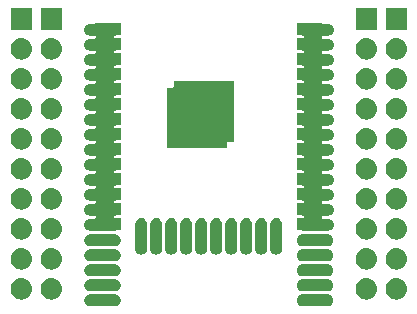
<source format=gbr>
G04 #@! TF.GenerationSoftware,KiCad,Pcbnew,(5.1.4-6-g300381ba4)-1*
G04 #@! TF.CreationDate,2020-01-10T02:39:23+00:00*
G04 #@! TF.ProjectId,esp32-wrover-breakout,65737033-322d-4777-926f-7665722d6272,rev?*
G04 #@! TF.SameCoordinates,Original*
G04 #@! TF.FileFunction,Soldermask,Top*
G04 #@! TF.FilePolarity,Negative*
%FSLAX46Y46*%
G04 Gerber Fmt 4.6, Leading zero omitted, Abs format (unit mm)*
G04 Created by KiCad (PCBNEW (5.1.4-6-g300381ba4)-1) date 2020-01-10 02:39:23*
%MOMM*%
%LPD*%
G04 APERTURE LIST*
%ADD10C,0.100000*%
G04 APERTURE END LIST*
D10*
G36*
X148578213Y-94426249D02*
G01*
X148672652Y-94454897D01*
X148759687Y-94501418D01*
X148835975Y-94564025D01*
X148898582Y-94640313D01*
X148945103Y-94727348D01*
X148973751Y-94821787D01*
X148983424Y-94920000D01*
X148973751Y-95018213D01*
X148945103Y-95112652D01*
X148898582Y-95199687D01*
X148835975Y-95275975D01*
X148759687Y-95338582D01*
X148672652Y-95385103D01*
X148578213Y-95413751D01*
X148504612Y-95421000D01*
X146355388Y-95421000D01*
X146281787Y-95413751D01*
X146187348Y-95385103D01*
X146100313Y-95338582D01*
X146024025Y-95275975D01*
X145961418Y-95199687D01*
X145914897Y-95112652D01*
X145886249Y-95018213D01*
X145876576Y-94920000D01*
X145886249Y-94821787D01*
X145914897Y-94727348D01*
X145961418Y-94640313D01*
X146024025Y-94564025D01*
X146100313Y-94501418D01*
X146187348Y-94454897D01*
X146281787Y-94426249D01*
X146355388Y-94419000D01*
X148504612Y-94419000D01*
X148578213Y-94426249D01*
X148578213Y-94426249D01*
G37*
G36*
X130578213Y-94426249D02*
G01*
X130672652Y-94454897D01*
X130759687Y-94501418D01*
X130835975Y-94564025D01*
X130898582Y-94640313D01*
X130945103Y-94727348D01*
X130973751Y-94821787D01*
X130983424Y-94920000D01*
X130973751Y-95018213D01*
X130945103Y-95112652D01*
X130898582Y-95199687D01*
X130835975Y-95275975D01*
X130759687Y-95338582D01*
X130672652Y-95385103D01*
X130578213Y-95413751D01*
X130504612Y-95421000D01*
X128355388Y-95421000D01*
X128281787Y-95413751D01*
X128187348Y-95385103D01*
X128100313Y-95338582D01*
X128024025Y-95275975D01*
X127961418Y-95199687D01*
X127914897Y-95112652D01*
X127886249Y-95018213D01*
X127876576Y-94920000D01*
X127886249Y-94821787D01*
X127914897Y-94727348D01*
X127961418Y-94640313D01*
X128024025Y-94564025D01*
X128100313Y-94501418D01*
X128187348Y-94454897D01*
X128281787Y-94426249D01*
X128355388Y-94419000D01*
X130504612Y-94419000D01*
X130578213Y-94426249D01*
X130578213Y-94426249D01*
G37*
G36*
X154415443Y-93085519D02*
G01*
X154481627Y-93092037D01*
X154651466Y-93143557D01*
X154807991Y-93227222D01*
X154813107Y-93231421D01*
X154945186Y-93339814D01*
X155028448Y-93441271D01*
X155057778Y-93477009D01*
X155141443Y-93633534D01*
X155192963Y-93803373D01*
X155210359Y-93980000D01*
X155192963Y-94156627D01*
X155141443Y-94326466D01*
X155057778Y-94482991D01*
X155028448Y-94518729D01*
X154945186Y-94620186D01*
X154843729Y-94703448D01*
X154807991Y-94732778D01*
X154651466Y-94816443D01*
X154481627Y-94867963D01*
X154415443Y-94874481D01*
X154349260Y-94881000D01*
X154260740Y-94881000D01*
X154194557Y-94874481D01*
X154128373Y-94867963D01*
X153958534Y-94816443D01*
X153802009Y-94732778D01*
X153766271Y-94703448D01*
X153664814Y-94620186D01*
X153581552Y-94518729D01*
X153552222Y-94482991D01*
X153468557Y-94326466D01*
X153417037Y-94156627D01*
X153399641Y-93980000D01*
X153417037Y-93803373D01*
X153468557Y-93633534D01*
X153552222Y-93477009D01*
X153581552Y-93441271D01*
X153664814Y-93339814D01*
X153796893Y-93231421D01*
X153802009Y-93227222D01*
X153958534Y-93143557D01*
X154128373Y-93092037D01*
X154194557Y-93085519D01*
X154260740Y-93079000D01*
X154349260Y-93079000D01*
X154415443Y-93085519D01*
X154415443Y-93085519D01*
G37*
G36*
X151875443Y-93085519D02*
G01*
X151941627Y-93092037D01*
X152111466Y-93143557D01*
X152267991Y-93227222D01*
X152273107Y-93231421D01*
X152405186Y-93339814D01*
X152488448Y-93441271D01*
X152517778Y-93477009D01*
X152601443Y-93633534D01*
X152652963Y-93803373D01*
X152670359Y-93980000D01*
X152652963Y-94156627D01*
X152601443Y-94326466D01*
X152517778Y-94482991D01*
X152488448Y-94518729D01*
X152405186Y-94620186D01*
X152303729Y-94703448D01*
X152267991Y-94732778D01*
X152111466Y-94816443D01*
X151941627Y-94867963D01*
X151875443Y-94874481D01*
X151809260Y-94881000D01*
X151720740Y-94881000D01*
X151654557Y-94874481D01*
X151588373Y-94867963D01*
X151418534Y-94816443D01*
X151262009Y-94732778D01*
X151226271Y-94703448D01*
X151124814Y-94620186D01*
X151041552Y-94518729D01*
X151012222Y-94482991D01*
X150928557Y-94326466D01*
X150877037Y-94156627D01*
X150859641Y-93980000D01*
X150877037Y-93803373D01*
X150928557Y-93633534D01*
X151012222Y-93477009D01*
X151041552Y-93441271D01*
X151124814Y-93339814D01*
X151256893Y-93231421D01*
X151262009Y-93227222D01*
X151418534Y-93143557D01*
X151588373Y-93092037D01*
X151654557Y-93085519D01*
X151720740Y-93079000D01*
X151809260Y-93079000D01*
X151875443Y-93085519D01*
X151875443Y-93085519D01*
G37*
G36*
X125205443Y-93085519D02*
G01*
X125271627Y-93092037D01*
X125441466Y-93143557D01*
X125597991Y-93227222D01*
X125603107Y-93231421D01*
X125735186Y-93339814D01*
X125818448Y-93441271D01*
X125847778Y-93477009D01*
X125931443Y-93633534D01*
X125982963Y-93803373D01*
X126000359Y-93980000D01*
X125982963Y-94156627D01*
X125931443Y-94326466D01*
X125847778Y-94482991D01*
X125818448Y-94518729D01*
X125735186Y-94620186D01*
X125633729Y-94703448D01*
X125597991Y-94732778D01*
X125441466Y-94816443D01*
X125271627Y-94867963D01*
X125205443Y-94874481D01*
X125139260Y-94881000D01*
X125050740Y-94881000D01*
X124984557Y-94874481D01*
X124918373Y-94867963D01*
X124748534Y-94816443D01*
X124592009Y-94732778D01*
X124556271Y-94703448D01*
X124454814Y-94620186D01*
X124371552Y-94518729D01*
X124342222Y-94482991D01*
X124258557Y-94326466D01*
X124207037Y-94156627D01*
X124189641Y-93980000D01*
X124207037Y-93803373D01*
X124258557Y-93633534D01*
X124342222Y-93477009D01*
X124371552Y-93441271D01*
X124454814Y-93339814D01*
X124586893Y-93231421D01*
X124592009Y-93227222D01*
X124748534Y-93143557D01*
X124918373Y-93092037D01*
X124984557Y-93085519D01*
X125050740Y-93079000D01*
X125139260Y-93079000D01*
X125205443Y-93085519D01*
X125205443Y-93085519D01*
G37*
G36*
X122665443Y-93085519D02*
G01*
X122731627Y-93092037D01*
X122901466Y-93143557D01*
X123057991Y-93227222D01*
X123063107Y-93231421D01*
X123195186Y-93339814D01*
X123278448Y-93441271D01*
X123307778Y-93477009D01*
X123391443Y-93633534D01*
X123442963Y-93803373D01*
X123460359Y-93980000D01*
X123442963Y-94156627D01*
X123391443Y-94326466D01*
X123307778Y-94482991D01*
X123278448Y-94518729D01*
X123195186Y-94620186D01*
X123093729Y-94703448D01*
X123057991Y-94732778D01*
X122901466Y-94816443D01*
X122731627Y-94867963D01*
X122665443Y-94874481D01*
X122599260Y-94881000D01*
X122510740Y-94881000D01*
X122444557Y-94874481D01*
X122378373Y-94867963D01*
X122208534Y-94816443D01*
X122052009Y-94732778D01*
X122016271Y-94703448D01*
X121914814Y-94620186D01*
X121831552Y-94518729D01*
X121802222Y-94482991D01*
X121718557Y-94326466D01*
X121667037Y-94156627D01*
X121649641Y-93980000D01*
X121667037Y-93803373D01*
X121718557Y-93633534D01*
X121802222Y-93477009D01*
X121831552Y-93441271D01*
X121914814Y-93339814D01*
X122046893Y-93231421D01*
X122052009Y-93227222D01*
X122208534Y-93143557D01*
X122378373Y-93092037D01*
X122444557Y-93085519D01*
X122510740Y-93079000D01*
X122599260Y-93079000D01*
X122665443Y-93085519D01*
X122665443Y-93085519D01*
G37*
G36*
X148578213Y-93156249D02*
G01*
X148672652Y-93184897D01*
X148759687Y-93231418D01*
X148835975Y-93294025D01*
X148898582Y-93370313D01*
X148945103Y-93457348D01*
X148973751Y-93551787D01*
X148983424Y-93650000D01*
X148973751Y-93748213D01*
X148945103Y-93842652D01*
X148898582Y-93929687D01*
X148835975Y-94005975D01*
X148759687Y-94068582D01*
X148672652Y-94115103D01*
X148578213Y-94143751D01*
X148504612Y-94151000D01*
X146355388Y-94151000D01*
X146281787Y-94143751D01*
X146187348Y-94115103D01*
X146100313Y-94068582D01*
X146024025Y-94005975D01*
X145961418Y-93929687D01*
X145914897Y-93842652D01*
X145886249Y-93748213D01*
X145876576Y-93650000D01*
X145886249Y-93551787D01*
X145914897Y-93457348D01*
X145961418Y-93370313D01*
X146024025Y-93294025D01*
X146100313Y-93231418D01*
X146187348Y-93184897D01*
X146281787Y-93156249D01*
X146355388Y-93149000D01*
X148504612Y-93149000D01*
X148578213Y-93156249D01*
X148578213Y-93156249D01*
G37*
G36*
X130578213Y-93156249D02*
G01*
X130672652Y-93184897D01*
X130759687Y-93231418D01*
X130835975Y-93294025D01*
X130898582Y-93370313D01*
X130945103Y-93457348D01*
X130973751Y-93551787D01*
X130983424Y-93650000D01*
X130973751Y-93748213D01*
X130945103Y-93842652D01*
X130898582Y-93929687D01*
X130835975Y-94005975D01*
X130759687Y-94068582D01*
X130672652Y-94115103D01*
X130578213Y-94143751D01*
X130504612Y-94151000D01*
X128355388Y-94151000D01*
X128281787Y-94143751D01*
X128187348Y-94115103D01*
X128100313Y-94068582D01*
X128024025Y-94005975D01*
X127961418Y-93929687D01*
X127914897Y-93842652D01*
X127886249Y-93748213D01*
X127876576Y-93650000D01*
X127886249Y-93551787D01*
X127914897Y-93457348D01*
X127961418Y-93370313D01*
X128024025Y-93294025D01*
X128100313Y-93231418D01*
X128187348Y-93184897D01*
X128281787Y-93156249D01*
X128355388Y-93149000D01*
X130504612Y-93149000D01*
X130578213Y-93156249D01*
X130578213Y-93156249D01*
G37*
G36*
X130578213Y-91886249D02*
G01*
X130672652Y-91914897D01*
X130759687Y-91961418D01*
X130835975Y-92024025D01*
X130898582Y-92100313D01*
X130945103Y-92187348D01*
X130973751Y-92281787D01*
X130983424Y-92380000D01*
X130973751Y-92478213D01*
X130945103Y-92572652D01*
X130898582Y-92659687D01*
X130835975Y-92735975D01*
X130759687Y-92798582D01*
X130672652Y-92845103D01*
X130578213Y-92873751D01*
X130504612Y-92881000D01*
X128355388Y-92881000D01*
X128281787Y-92873751D01*
X128187348Y-92845103D01*
X128100313Y-92798582D01*
X128024025Y-92735975D01*
X127961418Y-92659687D01*
X127914897Y-92572652D01*
X127886249Y-92478213D01*
X127876576Y-92380000D01*
X127886249Y-92281787D01*
X127914897Y-92187348D01*
X127961418Y-92100313D01*
X128024025Y-92024025D01*
X128100313Y-91961418D01*
X128187348Y-91914897D01*
X128281787Y-91886249D01*
X128355388Y-91879000D01*
X130504612Y-91879000D01*
X130578213Y-91886249D01*
X130578213Y-91886249D01*
G37*
G36*
X148578213Y-91886249D02*
G01*
X148672652Y-91914897D01*
X148759687Y-91961418D01*
X148835975Y-92024025D01*
X148898582Y-92100313D01*
X148945103Y-92187348D01*
X148973751Y-92281787D01*
X148983424Y-92380000D01*
X148973751Y-92478213D01*
X148945103Y-92572652D01*
X148898582Y-92659687D01*
X148835975Y-92735975D01*
X148759687Y-92798582D01*
X148672652Y-92845103D01*
X148578213Y-92873751D01*
X148504612Y-92881000D01*
X146355388Y-92881000D01*
X146281787Y-92873751D01*
X146187348Y-92845103D01*
X146100313Y-92798582D01*
X146024025Y-92735975D01*
X145961418Y-92659687D01*
X145914897Y-92572652D01*
X145886249Y-92478213D01*
X145876576Y-92380000D01*
X145886249Y-92281787D01*
X145914897Y-92187348D01*
X145961418Y-92100313D01*
X146024025Y-92024025D01*
X146100313Y-91961418D01*
X146187348Y-91914897D01*
X146281787Y-91886249D01*
X146355388Y-91879000D01*
X148504612Y-91879000D01*
X148578213Y-91886249D01*
X148578213Y-91886249D01*
G37*
G36*
X122665443Y-90545519D02*
G01*
X122731627Y-90552037D01*
X122901466Y-90603557D01*
X123057991Y-90687222D01*
X123063107Y-90691421D01*
X123195186Y-90799814D01*
X123278448Y-90901271D01*
X123307778Y-90937009D01*
X123307779Y-90937011D01*
X123374989Y-91062750D01*
X123391443Y-91093534D01*
X123442963Y-91263373D01*
X123460359Y-91440000D01*
X123442963Y-91616627D01*
X123391443Y-91786466D01*
X123307778Y-91942991D01*
X123278448Y-91978729D01*
X123195186Y-92080186D01*
X123093729Y-92163448D01*
X123057991Y-92192778D01*
X122901466Y-92276443D01*
X122731627Y-92327963D01*
X122665443Y-92334481D01*
X122599260Y-92341000D01*
X122510740Y-92341000D01*
X122444557Y-92334481D01*
X122378373Y-92327963D01*
X122208534Y-92276443D01*
X122052009Y-92192778D01*
X122016271Y-92163448D01*
X121914814Y-92080186D01*
X121831552Y-91978729D01*
X121802222Y-91942991D01*
X121718557Y-91786466D01*
X121667037Y-91616627D01*
X121649641Y-91440000D01*
X121667037Y-91263373D01*
X121718557Y-91093534D01*
X121735012Y-91062750D01*
X121802221Y-90937011D01*
X121802222Y-90937009D01*
X121831552Y-90901271D01*
X121914814Y-90799814D01*
X122046893Y-90691421D01*
X122052009Y-90687222D01*
X122208534Y-90603557D01*
X122378373Y-90552037D01*
X122444557Y-90545519D01*
X122510740Y-90539000D01*
X122599260Y-90539000D01*
X122665443Y-90545519D01*
X122665443Y-90545519D01*
G37*
G36*
X125205443Y-90545519D02*
G01*
X125271627Y-90552037D01*
X125441466Y-90603557D01*
X125597991Y-90687222D01*
X125603107Y-90691421D01*
X125735186Y-90799814D01*
X125818448Y-90901271D01*
X125847778Y-90937009D01*
X125847779Y-90937011D01*
X125914989Y-91062750D01*
X125931443Y-91093534D01*
X125982963Y-91263373D01*
X126000359Y-91440000D01*
X125982963Y-91616627D01*
X125931443Y-91786466D01*
X125847778Y-91942991D01*
X125818448Y-91978729D01*
X125735186Y-92080186D01*
X125633729Y-92163448D01*
X125597991Y-92192778D01*
X125441466Y-92276443D01*
X125271627Y-92327963D01*
X125205443Y-92334481D01*
X125139260Y-92341000D01*
X125050740Y-92341000D01*
X124984557Y-92334481D01*
X124918373Y-92327963D01*
X124748534Y-92276443D01*
X124592009Y-92192778D01*
X124556271Y-92163448D01*
X124454814Y-92080186D01*
X124371552Y-91978729D01*
X124342222Y-91942991D01*
X124258557Y-91786466D01*
X124207037Y-91616627D01*
X124189641Y-91440000D01*
X124207037Y-91263373D01*
X124258557Y-91093534D01*
X124275012Y-91062750D01*
X124342221Y-90937011D01*
X124342222Y-90937009D01*
X124371552Y-90901271D01*
X124454814Y-90799814D01*
X124586893Y-90691421D01*
X124592009Y-90687222D01*
X124748534Y-90603557D01*
X124918373Y-90552037D01*
X124984557Y-90545519D01*
X125050740Y-90539000D01*
X125139260Y-90539000D01*
X125205443Y-90545519D01*
X125205443Y-90545519D01*
G37*
G36*
X154415443Y-90545519D02*
G01*
X154481627Y-90552037D01*
X154651466Y-90603557D01*
X154807991Y-90687222D01*
X154813107Y-90691421D01*
X154945186Y-90799814D01*
X155028448Y-90901271D01*
X155057778Y-90937009D01*
X155057779Y-90937011D01*
X155124989Y-91062750D01*
X155141443Y-91093534D01*
X155192963Y-91263373D01*
X155210359Y-91440000D01*
X155192963Y-91616627D01*
X155141443Y-91786466D01*
X155057778Y-91942991D01*
X155028448Y-91978729D01*
X154945186Y-92080186D01*
X154843729Y-92163448D01*
X154807991Y-92192778D01*
X154651466Y-92276443D01*
X154481627Y-92327963D01*
X154415443Y-92334481D01*
X154349260Y-92341000D01*
X154260740Y-92341000D01*
X154194557Y-92334481D01*
X154128373Y-92327963D01*
X153958534Y-92276443D01*
X153802009Y-92192778D01*
X153766271Y-92163448D01*
X153664814Y-92080186D01*
X153581552Y-91978729D01*
X153552222Y-91942991D01*
X153468557Y-91786466D01*
X153417037Y-91616627D01*
X153399641Y-91440000D01*
X153417037Y-91263373D01*
X153468557Y-91093534D01*
X153485012Y-91062750D01*
X153552221Y-90937011D01*
X153552222Y-90937009D01*
X153581552Y-90901271D01*
X153664814Y-90799814D01*
X153796893Y-90691421D01*
X153802009Y-90687222D01*
X153958534Y-90603557D01*
X154128373Y-90552037D01*
X154194557Y-90545519D01*
X154260740Y-90539000D01*
X154349260Y-90539000D01*
X154415443Y-90545519D01*
X154415443Y-90545519D01*
G37*
G36*
X151875443Y-90545519D02*
G01*
X151941627Y-90552037D01*
X152111466Y-90603557D01*
X152267991Y-90687222D01*
X152273107Y-90691421D01*
X152405186Y-90799814D01*
X152488448Y-90901271D01*
X152517778Y-90937009D01*
X152517779Y-90937011D01*
X152584989Y-91062750D01*
X152601443Y-91093534D01*
X152652963Y-91263373D01*
X152670359Y-91440000D01*
X152652963Y-91616627D01*
X152601443Y-91786466D01*
X152517778Y-91942991D01*
X152488448Y-91978729D01*
X152405186Y-92080186D01*
X152303729Y-92163448D01*
X152267991Y-92192778D01*
X152111466Y-92276443D01*
X151941627Y-92327963D01*
X151875443Y-92334481D01*
X151809260Y-92341000D01*
X151720740Y-92341000D01*
X151654557Y-92334481D01*
X151588373Y-92327963D01*
X151418534Y-92276443D01*
X151262009Y-92192778D01*
X151226271Y-92163448D01*
X151124814Y-92080186D01*
X151041552Y-91978729D01*
X151012222Y-91942991D01*
X150928557Y-91786466D01*
X150877037Y-91616627D01*
X150859641Y-91440000D01*
X150877037Y-91263373D01*
X150928557Y-91093534D01*
X150945012Y-91062750D01*
X151012221Y-90937011D01*
X151012222Y-90937009D01*
X151041552Y-90901271D01*
X151124814Y-90799814D01*
X151256893Y-90691421D01*
X151262009Y-90687222D01*
X151418534Y-90603557D01*
X151588373Y-90552037D01*
X151654557Y-90545519D01*
X151720740Y-90539000D01*
X151809260Y-90539000D01*
X151875443Y-90545519D01*
X151875443Y-90545519D01*
G37*
G36*
X130578213Y-90616249D02*
G01*
X130672652Y-90644897D01*
X130759687Y-90691418D01*
X130835975Y-90754025D01*
X130898582Y-90830313D01*
X130945103Y-90917348D01*
X130973751Y-91011787D01*
X130983424Y-91110000D01*
X130973751Y-91208213D01*
X130945103Y-91302652D01*
X130898582Y-91389687D01*
X130835975Y-91465975D01*
X130759687Y-91528582D01*
X130672652Y-91575103D01*
X130578213Y-91603751D01*
X130504612Y-91611000D01*
X128355388Y-91611000D01*
X128281787Y-91603751D01*
X128187348Y-91575103D01*
X128100313Y-91528582D01*
X128024025Y-91465975D01*
X127961418Y-91389687D01*
X127914897Y-91302652D01*
X127886249Y-91208213D01*
X127876576Y-91110000D01*
X127886249Y-91011787D01*
X127914897Y-90917348D01*
X127961418Y-90830313D01*
X128024025Y-90754025D01*
X128100313Y-90691418D01*
X128187348Y-90644897D01*
X128281787Y-90616249D01*
X128355388Y-90609000D01*
X130504612Y-90609000D01*
X130578213Y-90616249D01*
X130578213Y-90616249D01*
G37*
G36*
X148578213Y-90616249D02*
G01*
X148672652Y-90644897D01*
X148759687Y-90691418D01*
X148835975Y-90754025D01*
X148898582Y-90830313D01*
X148945103Y-90917348D01*
X148973751Y-91011787D01*
X148983424Y-91110000D01*
X148973751Y-91208213D01*
X148945103Y-91302652D01*
X148898582Y-91389687D01*
X148835975Y-91465975D01*
X148759687Y-91528582D01*
X148672652Y-91575103D01*
X148578213Y-91603751D01*
X148504612Y-91611000D01*
X146355388Y-91611000D01*
X146281787Y-91603751D01*
X146187348Y-91575103D01*
X146100313Y-91528582D01*
X146024025Y-91465975D01*
X145961418Y-91389687D01*
X145914897Y-91302652D01*
X145886249Y-91208213D01*
X145876576Y-91110000D01*
X145886249Y-91011787D01*
X145914897Y-90917348D01*
X145961418Y-90830313D01*
X146024025Y-90754025D01*
X146100313Y-90691418D01*
X146187348Y-90644897D01*
X146281787Y-90616249D01*
X146355388Y-90609000D01*
X148504612Y-90609000D01*
X148578213Y-90616249D01*
X148578213Y-90616249D01*
G37*
G36*
X135353212Y-87975249D02*
G01*
X135447651Y-88003897D01*
X135534687Y-88050418D01*
X135610975Y-88113025D01*
X135673582Y-88189313D01*
X135720103Y-88276348D01*
X135748751Y-88370787D01*
X135756000Y-88444388D01*
X135756000Y-90593612D01*
X135748751Y-90667213D01*
X135720103Y-90761652D01*
X135673582Y-90848687D01*
X135610975Y-90924975D01*
X135534687Y-90987582D01*
X135447652Y-91034103D01*
X135353213Y-91062751D01*
X135255000Y-91072424D01*
X135156788Y-91062751D01*
X135062349Y-91034103D01*
X134975314Y-90987582D01*
X134899026Y-90924975D01*
X134836419Y-90848687D01*
X134789898Y-90761652D01*
X134761250Y-90667213D01*
X134754001Y-90593612D01*
X134754000Y-88444389D01*
X134761249Y-88370788D01*
X134789897Y-88276349D01*
X134836418Y-88189313D01*
X134899025Y-88113025D01*
X134975313Y-88050418D01*
X135062348Y-88003897D01*
X135156787Y-87975249D01*
X135255000Y-87965576D01*
X135353212Y-87975249D01*
X135353212Y-87975249D01*
G37*
G36*
X132813212Y-87975249D02*
G01*
X132907651Y-88003897D01*
X132994687Y-88050418D01*
X133070975Y-88113025D01*
X133133582Y-88189313D01*
X133180103Y-88276348D01*
X133208751Y-88370787D01*
X133216000Y-88444388D01*
X133216000Y-90593612D01*
X133208751Y-90667213D01*
X133180103Y-90761652D01*
X133133582Y-90848687D01*
X133070975Y-90924975D01*
X132994687Y-90987582D01*
X132907652Y-91034103D01*
X132813213Y-91062751D01*
X132715000Y-91072424D01*
X132616788Y-91062751D01*
X132522349Y-91034103D01*
X132435314Y-90987582D01*
X132359026Y-90924975D01*
X132296419Y-90848687D01*
X132249898Y-90761652D01*
X132221250Y-90667213D01*
X132214001Y-90593612D01*
X132214000Y-88444389D01*
X132221249Y-88370788D01*
X132249897Y-88276349D01*
X132296418Y-88189313D01*
X132359025Y-88113025D01*
X132435313Y-88050418D01*
X132522348Y-88003897D01*
X132616787Y-87975249D01*
X132715000Y-87965576D01*
X132813212Y-87975249D01*
X132813212Y-87975249D01*
G37*
G36*
X134083212Y-87975249D02*
G01*
X134177651Y-88003897D01*
X134264687Y-88050418D01*
X134340975Y-88113025D01*
X134403582Y-88189313D01*
X134450103Y-88276348D01*
X134478751Y-88370787D01*
X134486000Y-88444388D01*
X134486000Y-90593612D01*
X134478751Y-90667213D01*
X134450103Y-90761652D01*
X134403582Y-90848687D01*
X134340975Y-90924975D01*
X134264687Y-90987582D01*
X134177652Y-91034103D01*
X134083213Y-91062751D01*
X133985000Y-91072424D01*
X133886788Y-91062751D01*
X133792349Y-91034103D01*
X133705314Y-90987582D01*
X133629026Y-90924975D01*
X133566419Y-90848687D01*
X133519898Y-90761652D01*
X133491250Y-90667213D01*
X133484001Y-90593612D01*
X133484000Y-88444389D01*
X133491249Y-88370788D01*
X133519897Y-88276349D01*
X133566418Y-88189313D01*
X133629025Y-88113025D01*
X133705313Y-88050418D01*
X133792348Y-88003897D01*
X133886787Y-87975249D01*
X133985000Y-87965576D01*
X134083212Y-87975249D01*
X134083212Y-87975249D01*
G37*
G36*
X144243212Y-87975249D02*
G01*
X144337651Y-88003897D01*
X144424687Y-88050418D01*
X144500975Y-88113025D01*
X144563582Y-88189313D01*
X144610103Y-88276348D01*
X144638751Y-88370787D01*
X144646000Y-88444388D01*
X144646000Y-90593612D01*
X144638751Y-90667213D01*
X144610103Y-90761652D01*
X144563582Y-90848687D01*
X144500975Y-90924975D01*
X144424687Y-90987582D01*
X144337652Y-91034103D01*
X144243213Y-91062751D01*
X144145000Y-91072424D01*
X144046788Y-91062751D01*
X143952349Y-91034103D01*
X143865314Y-90987582D01*
X143789026Y-90924975D01*
X143726419Y-90848687D01*
X143679898Y-90761652D01*
X143651250Y-90667213D01*
X143644001Y-90593612D01*
X143644000Y-88444389D01*
X143651249Y-88370788D01*
X143679897Y-88276349D01*
X143726418Y-88189313D01*
X143789025Y-88113025D01*
X143865313Y-88050418D01*
X143952348Y-88003897D01*
X144046787Y-87975249D01*
X144145000Y-87965576D01*
X144243212Y-87975249D01*
X144243212Y-87975249D01*
G37*
G36*
X142973212Y-87975249D02*
G01*
X143067651Y-88003897D01*
X143154687Y-88050418D01*
X143230975Y-88113025D01*
X143293582Y-88189313D01*
X143340103Y-88276348D01*
X143368751Y-88370787D01*
X143376000Y-88444388D01*
X143376000Y-90593612D01*
X143368751Y-90667213D01*
X143340103Y-90761652D01*
X143293582Y-90848687D01*
X143230975Y-90924975D01*
X143154687Y-90987582D01*
X143067652Y-91034103D01*
X142973213Y-91062751D01*
X142875000Y-91072424D01*
X142776788Y-91062751D01*
X142682349Y-91034103D01*
X142595314Y-90987582D01*
X142519026Y-90924975D01*
X142456419Y-90848687D01*
X142409898Y-90761652D01*
X142381250Y-90667213D01*
X142374001Y-90593612D01*
X142374000Y-88444389D01*
X142381249Y-88370788D01*
X142409897Y-88276349D01*
X142456418Y-88189313D01*
X142519025Y-88113025D01*
X142595313Y-88050418D01*
X142682348Y-88003897D01*
X142776787Y-87975249D01*
X142875000Y-87965576D01*
X142973212Y-87975249D01*
X142973212Y-87975249D01*
G37*
G36*
X141703212Y-87975249D02*
G01*
X141797651Y-88003897D01*
X141884687Y-88050418D01*
X141960975Y-88113025D01*
X142023582Y-88189313D01*
X142070103Y-88276348D01*
X142098751Y-88370787D01*
X142106000Y-88444388D01*
X142106000Y-90593612D01*
X142098751Y-90667213D01*
X142070103Y-90761652D01*
X142023582Y-90848687D01*
X141960975Y-90924975D01*
X141884687Y-90987582D01*
X141797652Y-91034103D01*
X141703213Y-91062751D01*
X141605000Y-91072424D01*
X141506788Y-91062751D01*
X141412349Y-91034103D01*
X141325314Y-90987582D01*
X141249026Y-90924975D01*
X141186419Y-90848687D01*
X141139898Y-90761652D01*
X141111250Y-90667213D01*
X141104001Y-90593612D01*
X141104000Y-88444389D01*
X141111249Y-88370788D01*
X141139897Y-88276349D01*
X141186418Y-88189313D01*
X141249025Y-88113025D01*
X141325313Y-88050418D01*
X141412348Y-88003897D01*
X141506787Y-87975249D01*
X141605000Y-87965576D01*
X141703212Y-87975249D01*
X141703212Y-87975249D01*
G37*
G36*
X140433212Y-87975249D02*
G01*
X140527651Y-88003897D01*
X140614687Y-88050418D01*
X140690975Y-88113025D01*
X140753582Y-88189313D01*
X140800103Y-88276348D01*
X140828751Y-88370787D01*
X140836000Y-88444388D01*
X140836000Y-90593612D01*
X140828751Y-90667213D01*
X140800103Y-90761652D01*
X140753582Y-90848687D01*
X140690975Y-90924975D01*
X140614687Y-90987582D01*
X140527652Y-91034103D01*
X140433213Y-91062751D01*
X140335000Y-91072424D01*
X140236788Y-91062751D01*
X140142349Y-91034103D01*
X140055314Y-90987582D01*
X139979026Y-90924975D01*
X139916419Y-90848687D01*
X139869898Y-90761652D01*
X139841250Y-90667213D01*
X139834001Y-90593612D01*
X139834000Y-88444389D01*
X139841249Y-88370788D01*
X139869897Y-88276349D01*
X139916418Y-88189313D01*
X139979025Y-88113025D01*
X140055313Y-88050418D01*
X140142348Y-88003897D01*
X140236787Y-87975249D01*
X140335000Y-87965576D01*
X140433212Y-87975249D01*
X140433212Y-87975249D01*
G37*
G36*
X139163212Y-87975249D02*
G01*
X139257651Y-88003897D01*
X139344687Y-88050418D01*
X139420975Y-88113025D01*
X139483582Y-88189313D01*
X139530103Y-88276348D01*
X139558751Y-88370787D01*
X139566000Y-88444388D01*
X139566000Y-90593612D01*
X139558751Y-90667213D01*
X139530103Y-90761652D01*
X139483582Y-90848687D01*
X139420975Y-90924975D01*
X139344687Y-90987582D01*
X139257652Y-91034103D01*
X139163213Y-91062751D01*
X139065000Y-91072424D01*
X138966788Y-91062751D01*
X138872349Y-91034103D01*
X138785314Y-90987582D01*
X138709026Y-90924975D01*
X138646419Y-90848687D01*
X138599898Y-90761652D01*
X138571250Y-90667213D01*
X138564001Y-90593612D01*
X138564000Y-88444389D01*
X138571249Y-88370788D01*
X138599897Y-88276349D01*
X138646418Y-88189313D01*
X138709025Y-88113025D01*
X138785313Y-88050418D01*
X138872348Y-88003897D01*
X138966787Y-87975249D01*
X139065000Y-87965576D01*
X139163212Y-87975249D01*
X139163212Y-87975249D01*
G37*
G36*
X137893212Y-87975249D02*
G01*
X137987651Y-88003897D01*
X138074687Y-88050418D01*
X138150975Y-88113025D01*
X138213582Y-88189313D01*
X138260103Y-88276348D01*
X138288751Y-88370787D01*
X138296000Y-88444388D01*
X138296000Y-90593612D01*
X138288751Y-90667213D01*
X138260103Y-90761652D01*
X138213582Y-90848687D01*
X138150975Y-90924975D01*
X138074687Y-90987582D01*
X137987652Y-91034103D01*
X137893213Y-91062751D01*
X137795000Y-91072424D01*
X137696788Y-91062751D01*
X137602349Y-91034103D01*
X137515314Y-90987582D01*
X137439026Y-90924975D01*
X137376419Y-90848687D01*
X137329898Y-90761652D01*
X137301250Y-90667213D01*
X137294001Y-90593612D01*
X137294000Y-88444389D01*
X137301249Y-88370788D01*
X137329897Y-88276349D01*
X137376418Y-88189313D01*
X137439025Y-88113025D01*
X137515313Y-88050418D01*
X137602348Y-88003897D01*
X137696787Y-87975249D01*
X137795000Y-87965576D01*
X137893212Y-87975249D01*
X137893212Y-87975249D01*
G37*
G36*
X136623212Y-87975249D02*
G01*
X136717651Y-88003897D01*
X136804687Y-88050418D01*
X136880975Y-88113025D01*
X136943582Y-88189313D01*
X136990103Y-88276348D01*
X137018751Y-88370787D01*
X137026000Y-88444388D01*
X137026000Y-90593612D01*
X137018751Y-90667213D01*
X136990103Y-90761652D01*
X136943582Y-90848687D01*
X136880975Y-90924975D01*
X136804687Y-90987582D01*
X136717652Y-91034103D01*
X136623213Y-91062751D01*
X136525000Y-91072424D01*
X136426788Y-91062751D01*
X136332349Y-91034103D01*
X136245314Y-90987582D01*
X136169026Y-90924975D01*
X136106419Y-90848687D01*
X136059898Y-90761652D01*
X136031250Y-90667213D01*
X136024001Y-90593612D01*
X136024000Y-88444389D01*
X136031249Y-88370788D01*
X136059897Y-88276349D01*
X136106418Y-88189313D01*
X136169025Y-88113025D01*
X136245313Y-88050418D01*
X136332348Y-88003897D01*
X136426787Y-87975249D01*
X136525000Y-87965576D01*
X136623212Y-87975249D01*
X136623212Y-87975249D01*
G37*
G36*
X130578213Y-89346249D02*
G01*
X130672652Y-89374897D01*
X130759687Y-89421418D01*
X130835975Y-89484025D01*
X130898582Y-89560313D01*
X130945103Y-89647348D01*
X130973751Y-89741787D01*
X130983424Y-89840000D01*
X130973751Y-89938213D01*
X130945103Y-90032652D01*
X130898582Y-90119687D01*
X130835975Y-90195975D01*
X130759687Y-90258582D01*
X130672652Y-90305103D01*
X130578213Y-90333751D01*
X130504612Y-90341000D01*
X128355388Y-90341000D01*
X128281787Y-90333751D01*
X128187348Y-90305103D01*
X128100313Y-90258582D01*
X128024025Y-90195975D01*
X127961418Y-90119687D01*
X127914897Y-90032652D01*
X127886249Y-89938213D01*
X127876576Y-89840000D01*
X127886249Y-89741787D01*
X127914897Y-89647348D01*
X127961418Y-89560313D01*
X128024025Y-89484025D01*
X128100313Y-89421418D01*
X128187348Y-89374897D01*
X128281787Y-89346249D01*
X128355388Y-89339000D01*
X130504612Y-89339000D01*
X130578213Y-89346249D01*
X130578213Y-89346249D01*
G37*
G36*
X148578213Y-89346249D02*
G01*
X148672652Y-89374897D01*
X148759687Y-89421418D01*
X148835975Y-89484025D01*
X148898582Y-89560313D01*
X148945103Y-89647348D01*
X148973751Y-89741787D01*
X148983424Y-89840000D01*
X148973751Y-89938213D01*
X148945103Y-90032652D01*
X148898582Y-90119687D01*
X148835975Y-90195975D01*
X148759687Y-90258582D01*
X148672652Y-90305103D01*
X148578213Y-90333751D01*
X148504612Y-90341000D01*
X146355388Y-90341000D01*
X146281787Y-90333751D01*
X146187348Y-90305103D01*
X146100313Y-90258582D01*
X146024025Y-90195975D01*
X145961418Y-90119687D01*
X145914897Y-90032652D01*
X145886249Y-89938213D01*
X145876576Y-89840000D01*
X145886249Y-89741787D01*
X145914897Y-89647348D01*
X145961418Y-89560313D01*
X146024025Y-89484025D01*
X146100313Y-89421418D01*
X146187348Y-89374897D01*
X146281787Y-89346249D01*
X146355388Y-89339000D01*
X148504612Y-89339000D01*
X148578213Y-89346249D01*
X148578213Y-89346249D01*
G37*
G36*
X125205443Y-88005519D02*
G01*
X125271627Y-88012037D01*
X125441466Y-88063557D01*
X125441468Y-88063558D01*
X125462683Y-88074898D01*
X125597991Y-88147222D01*
X125633729Y-88176552D01*
X125735186Y-88259814D01*
X125807022Y-88347348D01*
X125847778Y-88397009D01*
X125931443Y-88553534D01*
X125982963Y-88723373D01*
X126000359Y-88900000D01*
X125982963Y-89076627D01*
X125931443Y-89246466D01*
X125847778Y-89402991D01*
X125818448Y-89438729D01*
X125735186Y-89540186D01*
X125633729Y-89623448D01*
X125597991Y-89652778D01*
X125441466Y-89736443D01*
X125271627Y-89787963D01*
X125205443Y-89794481D01*
X125139260Y-89801000D01*
X125050740Y-89801000D01*
X124984557Y-89794481D01*
X124918373Y-89787963D01*
X124748534Y-89736443D01*
X124592009Y-89652778D01*
X124556271Y-89623448D01*
X124454814Y-89540186D01*
X124371552Y-89438729D01*
X124342222Y-89402991D01*
X124258557Y-89246466D01*
X124207037Y-89076627D01*
X124189641Y-88900000D01*
X124207037Y-88723373D01*
X124258557Y-88553534D01*
X124342222Y-88397009D01*
X124382978Y-88347348D01*
X124454814Y-88259814D01*
X124556271Y-88176552D01*
X124592009Y-88147222D01*
X124727317Y-88074898D01*
X124748532Y-88063558D01*
X124748534Y-88063557D01*
X124918373Y-88012037D01*
X124984557Y-88005519D01*
X125050740Y-87999000D01*
X125139260Y-87999000D01*
X125205443Y-88005519D01*
X125205443Y-88005519D01*
G37*
G36*
X151875443Y-88005519D02*
G01*
X151941627Y-88012037D01*
X152111466Y-88063557D01*
X152111468Y-88063558D01*
X152132683Y-88074898D01*
X152267991Y-88147222D01*
X152303729Y-88176552D01*
X152405186Y-88259814D01*
X152477022Y-88347348D01*
X152517778Y-88397009D01*
X152601443Y-88553534D01*
X152652963Y-88723373D01*
X152670359Y-88900000D01*
X152652963Y-89076627D01*
X152601443Y-89246466D01*
X152517778Y-89402991D01*
X152488448Y-89438729D01*
X152405186Y-89540186D01*
X152303729Y-89623448D01*
X152267991Y-89652778D01*
X152111466Y-89736443D01*
X151941627Y-89787963D01*
X151875443Y-89794481D01*
X151809260Y-89801000D01*
X151720740Y-89801000D01*
X151654557Y-89794481D01*
X151588373Y-89787963D01*
X151418534Y-89736443D01*
X151262009Y-89652778D01*
X151226271Y-89623448D01*
X151124814Y-89540186D01*
X151041552Y-89438729D01*
X151012222Y-89402991D01*
X150928557Y-89246466D01*
X150877037Y-89076627D01*
X150859641Y-88900000D01*
X150877037Y-88723373D01*
X150928557Y-88553534D01*
X151012222Y-88397009D01*
X151052978Y-88347348D01*
X151124814Y-88259814D01*
X151226271Y-88176552D01*
X151262009Y-88147222D01*
X151397317Y-88074898D01*
X151418532Y-88063558D01*
X151418534Y-88063557D01*
X151588373Y-88012037D01*
X151654557Y-88005519D01*
X151720740Y-87999000D01*
X151809260Y-87999000D01*
X151875443Y-88005519D01*
X151875443Y-88005519D01*
G37*
G36*
X154415443Y-88005519D02*
G01*
X154481627Y-88012037D01*
X154651466Y-88063557D01*
X154651468Y-88063558D01*
X154672683Y-88074898D01*
X154807991Y-88147222D01*
X154843729Y-88176552D01*
X154945186Y-88259814D01*
X155017022Y-88347348D01*
X155057778Y-88397009D01*
X155141443Y-88553534D01*
X155192963Y-88723373D01*
X155210359Y-88900000D01*
X155192963Y-89076627D01*
X155141443Y-89246466D01*
X155057778Y-89402991D01*
X155028448Y-89438729D01*
X154945186Y-89540186D01*
X154843729Y-89623448D01*
X154807991Y-89652778D01*
X154651466Y-89736443D01*
X154481627Y-89787963D01*
X154415443Y-89794481D01*
X154349260Y-89801000D01*
X154260740Y-89801000D01*
X154194557Y-89794481D01*
X154128373Y-89787963D01*
X153958534Y-89736443D01*
X153802009Y-89652778D01*
X153766271Y-89623448D01*
X153664814Y-89540186D01*
X153581552Y-89438729D01*
X153552222Y-89402991D01*
X153468557Y-89246466D01*
X153417037Y-89076627D01*
X153399641Y-88900000D01*
X153417037Y-88723373D01*
X153468557Y-88553534D01*
X153552222Y-88397009D01*
X153592978Y-88347348D01*
X153664814Y-88259814D01*
X153766271Y-88176552D01*
X153802009Y-88147222D01*
X153937317Y-88074898D01*
X153958532Y-88063558D01*
X153958534Y-88063557D01*
X154128373Y-88012037D01*
X154194557Y-88005519D01*
X154260740Y-87999000D01*
X154349260Y-87999000D01*
X154415443Y-88005519D01*
X154415443Y-88005519D01*
G37*
G36*
X122665443Y-88005519D02*
G01*
X122731627Y-88012037D01*
X122901466Y-88063557D01*
X122901468Y-88063558D01*
X122922683Y-88074898D01*
X123057991Y-88147222D01*
X123093729Y-88176552D01*
X123195186Y-88259814D01*
X123267022Y-88347348D01*
X123307778Y-88397009D01*
X123391443Y-88553534D01*
X123442963Y-88723373D01*
X123460359Y-88900000D01*
X123442963Y-89076627D01*
X123391443Y-89246466D01*
X123307778Y-89402991D01*
X123278448Y-89438729D01*
X123195186Y-89540186D01*
X123093729Y-89623448D01*
X123057991Y-89652778D01*
X122901466Y-89736443D01*
X122731627Y-89787963D01*
X122665443Y-89794481D01*
X122599260Y-89801000D01*
X122510740Y-89801000D01*
X122444557Y-89794481D01*
X122378373Y-89787963D01*
X122208534Y-89736443D01*
X122052009Y-89652778D01*
X122016271Y-89623448D01*
X121914814Y-89540186D01*
X121831552Y-89438729D01*
X121802222Y-89402991D01*
X121718557Y-89246466D01*
X121667037Y-89076627D01*
X121649641Y-88900000D01*
X121667037Y-88723373D01*
X121718557Y-88553534D01*
X121802222Y-88397009D01*
X121842978Y-88347348D01*
X121914814Y-88259814D01*
X122016271Y-88176552D01*
X122052009Y-88147222D01*
X122187317Y-88074898D01*
X122208532Y-88063558D01*
X122208534Y-88063557D01*
X122378373Y-88012037D01*
X122444557Y-88005519D01*
X122510740Y-87999000D01*
X122599260Y-87999000D01*
X122665443Y-88005519D01*
X122665443Y-88005519D01*
G37*
G36*
X130981000Y-71999257D02*
G01*
X130981601Y-72011492D01*
X130983424Y-72030000D01*
X130981601Y-72048508D01*
X130981000Y-72060743D01*
X130981000Y-72510000D01*
X130642081Y-72510000D01*
X130617695Y-72512402D01*
X130605828Y-72515374D01*
X130578213Y-72523751D01*
X130528917Y-72528606D01*
X130504895Y-72533385D01*
X130482256Y-72542762D01*
X130461882Y-72556376D01*
X130444555Y-72573703D01*
X130430942Y-72594077D01*
X130421564Y-72616716D01*
X130416784Y-72640749D01*
X130416784Y-72665254D01*
X130421565Y-72689287D01*
X130430942Y-72711926D01*
X130444556Y-72732300D01*
X130461883Y-72749627D01*
X130482257Y-72763240D01*
X130504896Y-72772618D01*
X130541181Y-72778000D01*
X130981000Y-72778000D01*
X130981000Y-73269257D01*
X130981601Y-73281492D01*
X130983424Y-73300000D01*
X130981601Y-73318508D01*
X130981000Y-73330743D01*
X130981000Y-73780000D01*
X130642081Y-73780000D01*
X130617695Y-73782402D01*
X130605828Y-73785374D01*
X130578213Y-73793751D01*
X130528917Y-73798606D01*
X130504895Y-73803385D01*
X130482256Y-73812762D01*
X130461882Y-73826376D01*
X130444555Y-73843703D01*
X130430942Y-73864077D01*
X130421564Y-73886716D01*
X130416784Y-73910749D01*
X130416784Y-73935254D01*
X130421565Y-73959287D01*
X130430942Y-73981926D01*
X130444556Y-74002300D01*
X130461883Y-74019627D01*
X130482257Y-74033240D01*
X130504896Y-74042618D01*
X130541181Y-74048000D01*
X130981000Y-74048000D01*
X130981000Y-74539257D01*
X130981601Y-74551492D01*
X130983424Y-74570000D01*
X130981601Y-74588508D01*
X130981000Y-74600743D01*
X130981000Y-75050000D01*
X130642081Y-75050000D01*
X130617695Y-75052402D01*
X130605828Y-75055374D01*
X130578213Y-75063751D01*
X130528917Y-75068606D01*
X130504895Y-75073385D01*
X130482256Y-75082762D01*
X130461882Y-75096376D01*
X130444555Y-75113703D01*
X130430942Y-75134077D01*
X130421564Y-75156716D01*
X130416784Y-75180749D01*
X130416784Y-75205254D01*
X130421565Y-75229287D01*
X130430942Y-75251926D01*
X130444556Y-75272300D01*
X130461883Y-75289627D01*
X130482257Y-75303240D01*
X130504896Y-75312618D01*
X130541181Y-75318000D01*
X130981000Y-75318000D01*
X130981000Y-75809257D01*
X130981601Y-75821492D01*
X130983424Y-75840000D01*
X130981601Y-75858508D01*
X130981000Y-75870743D01*
X130981000Y-76320000D01*
X130642081Y-76320000D01*
X130617695Y-76322402D01*
X130605828Y-76325374D01*
X130578213Y-76333751D01*
X130528917Y-76338606D01*
X130504895Y-76343385D01*
X130482256Y-76352762D01*
X130461882Y-76366376D01*
X130444555Y-76383703D01*
X130430942Y-76404077D01*
X130421564Y-76426716D01*
X130416784Y-76450749D01*
X130416784Y-76475254D01*
X130421565Y-76499287D01*
X130430942Y-76521926D01*
X130444556Y-76542300D01*
X130461883Y-76559627D01*
X130482257Y-76573240D01*
X130504896Y-76582618D01*
X130541181Y-76588000D01*
X130981000Y-76588000D01*
X130981000Y-77079257D01*
X130981601Y-77091492D01*
X130983424Y-77110000D01*
X130981601Y-77128508D01*
X130981000Y-77140743D01*
X130981000Y-77590000D01*
X130642081Y-77590000D01*
X130617695Y-77592402D01*
X130605828Y-77595374D01*
X130578213Y-77603751D01*
X130528917Y-77608606D01*
X130504895Y-77613385D01*
X130482256Y-77622762D01*
X130461882Y-77636376D01*
X130444555Y-77653703D01*
X130430942Y-77674077D01*
X130421564Y-77696716D01*
X130416784Y-77720749D01*
X130416784Y-77745254D01*
X130421565Y-77769287D01*
X130430942Y-77791926D01*
X130444556Y-77812300D01*
X130461883Y-77829627D01*
X130482257Y-77843240D01*
X130504896Y-77852618D01*
X130541181Y-77858000D01*
X130981000Y-77858000D01*
X130981000Y-78349257D01*
X130981601Y-78361492D01*
X130983424Y-78380000D01*
X130981601Y-78398508D01*
X130981000Y-78410743D01*
X130981000Y-78860000D01*
X130642081Y-78860000D01*
X130617695Y-78862402D01*
X130605828Y-78865374D01*
X130578213Y-78873751D01*
X130528917Y-78878606D01*
X130504895Y-78883385D01*
X130482256Y-78892762D01*
X130461882Y-78906376D01*
X130444555Y-78923703D01*
X130430942Y-78944077D01*
X130421564Y-78966716D01*
X130416784Y-78990749D01*
X130416784Y-79015254D01*
X130421565Y-79039287D01*
X130430942Y-79061926D01*
X130444556Y-79082300D01*
X130461883Y-79099627D01*
X130482257Y-79113240D01*
X130504896Y-79122618D01*
X130541181Y-79128000D01*
X130981000Y-79128000D01*
X130981000Y-79619257D01*
X130981601Y-79631492D01*
X130983424Y-79650000D01*
X130981601Y-79668508D01*
X130981000Y-79680743D01*
X130981000Y-80130000D01*
X130642081Y-80130000D01*
X130617695Y-80132402D01*
X130605828Y-80135374D01*
X130578213Y-80143751D01*
X130528917Y-80148606D01*
X130504895Y-80153385D01*
X130482256Y-80162762D01*
X130461882Y-80176376D01*
X130444555Y-80193703D01*
X130430942Y-80214077D01*
X130421564Y-80236716D01*
X130416784Y-80260749D01*
X130416784Y-80285254D01*
X130421565Y-80309287D01*
X130430942Y-80331926D01*
X130444556Y-80352300D01*
X130461883Y-80369627D01*
X130482257Y-80383240D01*
X130504896Y-80392618D01*
X130541181Y-80398000D01*
X130981000Y-80398000D01*
X130981000Y-80889257D01*
X130981601Y-80901492D01*
X130983424Y-80920000D01*
X130981601Y-80938508D01*
X130981000Y-80950743D01*
X130981000Y-81400000D01*
X130642081Y-81400000D01*
X130617695Y-81402402D01*
X130605828Y-81405374D01*
X130578213Y-81413751D01*
X130528917Y-81418606D01*
X130504895Y-81423385D01*
X130482256Y-81432762D01*
X130461882Y-81446376D01*
X130444555Y-81463703D01*
X130430942Y-81484077D01*
X130421564Y-81506716D01*
X130416784Y-81530749D01*
X130416784Y-81555254D01*
X130421565Y-81579287D01*
X130430942Y-81601926D01*
X130444556Y-81622300D01*
X130461883Y-81639627D01*
X130482257Y-81653240D01*
X130504896Y-81662618D01*
X130541181Y-81668000D01*
X130981000Y-81668000D01*
X130981000Y-82159257D01*
X130981601Y-82171492D01*
X130983424Y-82190000D01*
X130981601Y-82208508D01*
X130981000Y-82220743D01*
X130981000Y-82670000D01*
X130642081Y-82670000D01*
X130617695Y-82672402D01*
X130605828Y-82675374D01*
X130578213Y-82683751D01*
X130528917Y-82688606D01*
X130504895Y-82693385D01*
X130482256Y-82702762D01*
X130461882Y-82716376D01*
X130444555Y-82733703D01*
X130430942Y-82754077D01*
X130421564Y-82776716D01*
X130416784Y-82800749D01*
X130416784Y-82825254D01*
X130421565Y-82849287D01*
X130430942Y-82871926D01*
X130444556Y-82892300D01*
X130461883Y-82909627D01*
X130482257Y-82923240D01*
X130504896Y-82932618D01*
X130541181Y-82938000D01*
X130981000Y-82938000D01*
X130981000Y-83429257D01*
X130981601Y-83441492D01*
X130983424Y-83460000D01*
X130981601Y-83478508D01*
X130981000Y-83490743D01*
X130981000Y-83940000D01*
X130642081Y-83940000D01*
X130617695Y-83942402D01*
X130605828Y-83945374D01*
X130578213Y-83953751D01*
X130528917Y-83958606D01*
X130504895Y-83963385D01*
X130482256Y-83972762D01*
X130461882Y-83986376D01*
X130444555Y-84003703D01*
X130430942Y-84024077D01*
X130421564Y-84046716D01*
X130416784Y-84070749D01*
X130416784Y-84095254D01*
X130421565Y-84119287D01*
X130430942Y-84141926D01*
X130444556Y-84162300D01*
X130461883Y-84179627D01*
X130482257Y-84193240D01*
X130504896Y-84202618D01*
X130541181Y-84208000D01*
X130981000Y-84208000D01*
X130981000Y-84699257D01*
X130981601Y-84711492D01*
X130983424Y-84730000D01*
X130981601Y-84748508D01*
X130981000Y-84760743D01*
X130981000Y-85210000D01*
X130642081Y-85210000D01*
X130617695Y-85212402D01*
X130605828Y-85215374D01*
X130578213Y-85223751D01*
X130528917Y-85228606D01*
X130504895Y-85233385D01*
X130482256Y-85242762D01*
X130461882Y-85256376D01*
X130444555Y-85273703D01*
X130430942Y-85294077D01*
X130421564Y-85316716D01*
X130416784Y-85340749D01*
X130416784Y-85365254D01*
X130421565Y-85389287D01*
X130430942Y-85411926D01*
X130444556Y-85432300D01*
X130461883Y-85449627D01*
X130482257Y-85463240D01*
X130504896Y-85472618D01*
X130541181Y-85478000D01*
X130981000Y-85478000D01*
X130981000Y-85969257D01*
X130981601Y-85981492D01*
X130983424Y-86000000D01*
X130981601Y-86018508D01*
X130981000Y-86030743D01*
X130981000Y-86480000D01*
X130642081Y-86480000D01*
X130617695Y-86482402D01*
X130605828Y-86485374D01*
X130578213Y-86493751D01*
X130528917Y-86498606D01*
X130504895Y-86503385D01*
X130482256Y-86512762D01*
X130461882Y-86526376D01*
X130444555Y-86543703D01*
X130430942Y-86564077D01*
X130421564Y-86586716D01*
X130416784Y-86610749D01*
X130416784Y-86635254D01*
X130421565Y-86659287D01*
X130430942Y-86681926D01*
X130444556Y-86702300D01*
X130461883Y-86719627D01*
X130482257Y-86733240D01*
X130504896Y-86742618D01*
X130541181Y-86748000D01*
X130981000Y-86748000D01*
X130981000Y-87239257D01*
X130981601Y-87251492D01*
X130983424Y-87270000D01*
X130981601Y-87288508D01*
X130981000Y-87300743D01*
X130981000Y-87750000D01*
X130642081Y-87750000D01*
X130617695Y-87752402D01*
X130605828Y-87755374D01*
X130578213Y-87763751D01*
X130528917Y-87768606D01*
X130504895Y-87773385D01*
X130482256Y-87782762D01*
X130461882Y-87796376D01*
X130444555Y-87813703D01*
X130430942Y-87834077D01*
X130421564Y-87856716D01*
X130416784Y-87880749D01*
X130416784Y-87905254D01*
X130421565Y-87929287D01*
X130430942Y-87951926D01*
X130444556Y-87972300D01*
X130461883Y-87989627D01*
X130482257Y-88003240D01*
X130504896Y-88012618D01*
X130541181Y-88018000D01*
X130981000Y-88018000D01*
X130981000Y-88509257D01*
X130981601Y-88521492D01*
X130983424Y-88540000D01*
X130981601Y-88558508D01*
X130981000Y-88570743D01*
X130981000Y-89020000D01*
X130642081Y-89020000D01*
X130617695Y-89022402D01*
X130605828Y-89025374D01*
X130578213Y-89033751D01*
X130504612Y-89041000D01*
X128355388Y-89041000D01*
X128281787Y-89033751D01*
X128187348Y-89005103D01*
X128100313Y-88958582D01*
X128024025Y-88895975D01*
X127961418Y-88819687D01*
X127914897Y-88732652D01*
X127886249Y-88638213D01*
X127876576Y-88540000D01*
X127886249Y-88441787D01*
X127914897Y-88347348D01*
X127961418Y-88260313D01*
X128024025Y-88184025D01*
X128100313Y-88121418D01*
X128187348Y-88074897D01*
X128281787Y-88046249D01*
X128355388Y-88039000D01*
X128754001Y-88039000D01*
X128778387Y-88036598D01*
X128801836Y-88029485D01*
X128823447Y-88017934D01*
X128842389Y-88002389D01*
X128857934Y-87983447D01*
X128869485Y-87961836D01*
X128876598Y-87938387D01*
X128879000Y-87914001D01*
X128879000Y-87895999D01*
X128876598Y-87871613D01*
X128869485Y-87848164D01*
X128857934Y-87826553D01*
X128842389Y-87807611D01*
X128823447Y-87792066D01*
X128801836Y-87780515D01*
X128778387Y-87773402D01*
X128754001Y-87771000D01*
X128355388Y-87771000D01*
X128281787Y-87763751D01*
X128187348Y-87735103D01*
X128100313Y-87688582D01*
X128024025Y-87625975D01*
X127961418Y-87549687D01*
X127914897Y-87462652D01*
X127886249Y-87368213D01*
X127876576Y-87270000D01*
X127886249Y-87171787D01*
X127914897Y-87077348D01*
X127961418Y-86990313D01*
X128024025Y-86914025D01*
X128100313Y-86851418D01*
X128187348Y-86804897D01*
X128281787Y-86776249D01*
X128355388Y-86769000D01*
X128754001Y-86769000D01*
X128778387Y-86766598D01*
X128801836Y-86759485D01*
X128823447Y-86747934D01*
X128842389Y-86732389D01*
X128857934Y-86713447D01*
X128869485Y-86691836D01*
X128876598Y-86668387D01*
X128879000Y-86644001D01*
X128879000Y-86625999D01*
X128876598Y-86601613D01*
X128869485Y-86578164D01*
X128857934Y-86556553D01*
X128842389Y-86537611D01*
X128823447Y-86522066D01*
X128801836Y-86510515D01*
X128778387Y-86503402D01*
X128754001Y-86501000D01*
X128355388Y-86501000D01*
X128281787Y-86493751D01*
X128187348Y-86465103D01*
X128100313Y-86418582D01*
X128024025Y-86355975D01*
X127961418Y-86279687D01*
X127914897Y-86192652D01*
X127886249Y-86098213D01*
X127876576Y-86000000D01*
X127886249Y-85901787D01*
X127914897Y-85807348D01*
X127961418Y-85720313D01*
X128024025Y-85644025D01*
X128100313Y-85581418D01*
X128187348Y-85534897D01*
X128281787Y-85506249D01*
X128355388Y-85499000D01*
X128754001Y-85499000D01*
X128778387Y-85496598D01*
X128801836Y-85489485D01*
X128823447Y-85477934D01*
X128842389Y-85462389D01*
X128857934Y-85443447D01*
X128869485Y-85421836D01*
X128876598Y-85398387D01*
X128879000Y-85374001D01*
X128879000Y-85355999D01*
X128876598Y-85331613D01*
X128869485Y-85308164D01*
X128857934Y-85286553D01*
X128842389Y-85267611D01*
X128823447Y-85252066D01*
X128801836Y-85240515D01*
X128778387Y-85233402D01*
X128754001Y-85231000D01*
X128355388Y-85231000D01*
X128281787Y-85223751D01*
X128187348Y-85195103D01*
X128100313Y-85148582D01*
X128024025Y-85085975D01*
X127961418Y-85009687D01*
X127914897Y-84922652D01*
X127886249Y-84828213D01*
X127876576Y-84730000D01*
X127886249Y-84631787D01*
X127914897Y-84537348D01*
X127961418Y-84450313D01*
X128024025Y-84374025D01*
X128100313Y-84311418D01*
X128187348Y-84264897D01*
X128281787Y-84236249D01*
X128355388Y-84229000D01*
X128754001Y-84229000D01*
X128778387Y-84226598D01*
X128801836Y-84219485D01*
X128823447Y-84207934D01*
X128842389Y-84192389D01*
X128857934Y-84173447D01*
X128869485Y-84151836D01*
X128876598Y-84128387D01*
X128879000Y-84104001D01*
X128879000Y-84085999D01*
X128876598Y-84061613D01*
X128869485Y-84038164D01*
X128857934Y-84016553D01*
X128842389Y-83997611D01*
X128823447Y-83982066D01*
X128801836Y-83970515D01*
X128778387Y-83963402D01*
X128754001Y-83961000D01*
X128355388Y-83961000D01*
X128281787Y-83953751D01*
X128187348Y-83925103D01*
X128100313Y-83878582D01*
X128024025Y-83815975D01*
X127961418Y-83739687D01*
X127914897Y-83652652D01*
X127886249Y-83558213D01*
X127876576Y-83460000D01*
X127886249Y-83361787D01*
X127914897Y-83267348D01*
X127961418Y-83180313D01*
X128024025Y-83104025D01*
X128100313Y-83041418D01*
X128187348Y-82994897D01*
X128281787Y-82966249D01*
X128355388Y-82959000D01*
X128754001Y-82959000D01*
X128778387Y-82956598D01*
X128801836Y-82949485D01*
X128823447Y-82937934D01*
X128842389Y-82922389D01*
X128857934Y-82903447D01*
X128869485Y-82881836D01*
X128876598Y-82858387D01*
X128879000Y-82834001D01*
X128879000Y-82815999D01*
X128876598Y-82791613D01*
X128869485Y-82768164D01*
X128857934Y-82746553D01*
X128842389Y-82727611D01*
X128823447Y-82712066D01*
X128801836Y-82700515D01*
X128778387Y-82693402D01*
X128754001Y-82691000D01*
X128355388Y-82691000D01*
X128281787Y-82683751D01*
X128187348Y-82655103D01*
X128100313Y-82608582D01*
X128024025Y-82545975D01*
X127961418Y-82469687D01*
X127914897Y-82382652D01*
X127886249Y-82288213D01*
X127876576Y-82190000D01*
X127886249Y-82091787D01*
X127914897Y-81997348D01*
X127961418Y-81910313D01*
X128024025Y-81834025D01*
X128100313Y-81771418D01*
X128187348Y-81724897D01*
X128281787Y-81696249D01*
X128355388Y-81689000D01*
X128754001Y-81689000D01*
X128778387Y-81686598D01*
X128801836Y-81679485D01*
X128823447Y-81667934D01*
X128842389Y-81652389D01*
X128857934Y-81633447D01*
X128869485Y-81611836D01*
X128876598Y-81588387D01*
X128879000Y-81564001D01*
X128879000Y-81545999D01*
X128876598Y-81521613D01*
X128869485Y-81498164D01*
X128857934Y-81476553D01*
X128842389Y-81457611D01*
X128823447Y-81442066D01*
X128801836Y-81430515D01*
X128778387Y-81423402D01*
X128754001Y-81421000D01*
X128355388Y-81421000D01*
X128281787Y-81413751D01*
X128187348Y-81385103D01*
X128100313Y-81338582D01*
X128024025Y-81275975D01*
X127961418Y-81199687D01*
X127914897Y-81112652D01*
X127886249Y-81018213D01*
X127876576Y-80920000D01*
X127886249Y-80821787D01*
X127914897Y-80727348D01*
X127961418Y-80640313D01*
X128024025Y-80564025D01*
X128100313Y-80501418D01*
X128187348Y-80454897D01*
X128281787Y-80426249D01*
X128355388Y-80419000D01*
X128754001Y-80419000D01*
X128778387Y-80416598D01*
X128801836Y-80409485D01*
X128823447Y-80397934D01*
X128842389Y-80382389D01*
X128857934Y-80363447D01*
X128869485Y-80341836D01*
X128876598Y-80318387D01*
X128879000Y-80294001D01*
X128879000Y-80275999D01*
X128876598Y-80251613D01*
X128869485Y-80228164D01*
X128857934Y-80206553D01*
X128842389Y-80187611D01*
X128823447Y-80172066D01*
X128801836Y-80160515D01*
X128778387Y-80153402D01*
X128754001Y-80151000D01*
X128355388Y-80151000D01*
X128281787Y-80143751D01*
X128187348Y-80115103D01*
X128100313Y-80068582D01*
X128024025Y-80005975D01*
X127961418Y-79929687D01*
X127914897Y-79842652D01*
X127886249Y-79748213D01*
X127876576Y-79650000D01*
X127886249Y-79551787D01*
X127914897Y-79457348D01*
X127961418Y-79370313D01*
X128024025Y-79294025D01*
X128100313Y-79231418D01*
X128187348Y-79184897D01*
X128281787Y-79156249D01*
X128355388Y-79149000D01*
X128754001Y-79149000D01*
X128778387Y-79146598D01*
X128801836Y-79139485D01*
X128823447Y-79127934D01*
X128842389Y-79112389D01*
X128857934Y-79093447D01*
X128869485Y-79071836D01*
X128876598Y-79048387D01*
X128879000Y-79024001D01*
X128879000Y-79005999D01*
X128876598Y-78981613D01*
X128869485Y-78958164D01*
X128857934Y-78936553D01*
X128842389Y-78917611D01*
X128823447Y-78902066D01*
X128801836Y-78890515D01*
X128778387Y-78883402D01*
X128754001Y-78881000D01*
X128355388Y-78881000D01*
X128281787Y-78873751D01*
X128187348Y-78845103D01*
X128100313Y-78798582D01*
X128024025Y-78735975D01*
X127961418Y-78659687D01*
X127914897Y-78572652D01*
X127886249Y-78478213D01*
X127876576Y-78380000D01*
X127886249Y-78281787D01*
X127914897Y-78187348D01*
X127961418Y-78100313D01*
X128024025Y-78024025D01*
X128100313Y-77961418D01*
X128187348Y-77914897D01*
X128281787Y-77886249D01*
X128355388Y-77879000D01*
X128754001Y-77879000D01*
X128778387Y-77876598D01*
X128801836Y-77869485D01*
X128823447Y-77857934D01*
X128842389Y-77842389D01*
X128857934Y-77823447D01*
X128869485Y-77801836D01*
X128876598Y-77778387D01*
X128879000Y-77754001D01*
X128879000Y-77735999D01*
X128876598Y-77711613D01*
X128869485Y-77688164D01*
X128857934Y-77666553D01*
X128842389Y-77647611D01*
X128823447Y-77632066D01*
X128801836Y-77620515D01*
X128778387Y-77613402D01*
X128754001Y-77611000D01*
X128355388Y-77611000D01*
X128281787Y-77603751D01*
X128187348Y-77575103D01*
X128100313Y-77528582D01*
X128024025Y-77465975D01*
X127961418Y-77389687D01*
X127914897Y-77302652D01*
X127886249Y-77208213D01*
X127876576Y-77110000D01*
X127886249Y-77011787D01*
X127914897Y-76917348D01*
X127961418Y-76830313D01*
X128024025Y-76754025D01*
X128100313Y-76691418D01*
X128187348Y-76644897D01*
X128281787Y-76616249D01*
X128355388Y-76609000D01*
X128754001Y-76609000D01*
X128778387Y-76606598D01*
X128801836Y-76599485D01*
X128823447Y-76587934D01*
X128842389Y-76572389D01*
X128857934Y-76553447D01*
X128869485Y-76531836D01*
X128876598Y-76508387D01*
X128879000Y-76484001D01*
X128879000Y-76465999D01*
X128876598Y-76441613D01*
X128869485Y-76418164D01*
X128857934Y-76396553D01*
X128842389Y-76377611D01*
X128823447Y-76362066D01*
X128801836Y-76350515D01*
X128778387Y-76343402D01*
X128754001Y-76341000D01*
X128355388Y-76341000D01*
X128281787Y-76333751D01*
X128187348Y-76305103D01*
X128100313Y-76258582D01*
X128024025Y-76195975D01*
X127961418Y-76119687D01*
X127914897Y-76032652D01*
X127886249Y-75938213D01*
X127876576Y-75840000D01*
X127886249Y-75741787D01*
X127914897Y-75647348D01*
X127961418Y-75560313D01*
X128024025Y-75484025D01*
X128100313Y-75421418D01*
X128187348Y-75374897D01*
X128281787Y-75346249D01*
X128355388Y-75339000D01*
X128754001Y-75339000D01*
X128778387Y-75336598D01*
X128801836Y-75329485D01*
X128823447Y-75317934D01*
X128842389Y-75302389D01*
X128857934Y-75283447D01*
X128869485Y-75261836D01*
X128876598Y-75238387D01*
X128879000Y-75214001D01*
X128879000Y-75195999D01*
X128876598Y-75171613D01*
X128869485Y-75148164D01*
X128857934Y-75126553D01*
X128842389Y-75107611D01*
X128823447Y-75092066D01*
X128801836Y-75080515D01*
X128778387Y-75073402D01*
X128754001Y-75071000D01*
X128355388Y-75071000D01*
X128281787Y-75063751D01*
X128187348Y-75035103D01*
X128100313Y-74988582D01*
X128024025Y-74925975D01*
X127961418Y-74849687D01*
X127914897Y-74762652D01*
X127886249Y-74668213D01*
X127876576Y-74570000D01*
X127886249Y-74471787D01*
X127914897Y-74377348D01*
X127961418Y-74290313D01*
X128024025Y-74214025D01*
X128100313Y-74151418D01*
X128187348Y-74104897D01*
X128281787Y-74076249D01*
X128355388Y-74069000D01*
X128754001Y-74069000D01*
X128778387Y-74066598D01*
X128801836Y-74059485D01*
X128823447Y-74047934D01*
X128842389Y-74032389D01*
X128857934Y-74013447D01*
X128869485Y-73991836D01*
X128876598Y-73968387D01*
X128879000Y-73944001D01*
X128879000Y-73925999D01*
X128876598Y-73901613D01*
X128869485Y-73878164D01*
X128857934Y-73856553D01*
X128842389Y-73837611D01*
X128823447Y-73822066D01*
X128801836Y-73810515D01*
X128778387Y-73803402D01*
X128754001Y-73801000D01*
X128355388Y-73801000D01*
X128281787Y-73793751D01*
X128187348Y-73765103D01*
X128100313Y-73718582D01*
X128024025Y-73655975D01*
X127961418Y-73579687D01*
X127914897Y-73492652D01*
X127886249Y-73398213D01*
X127876576Y-73300000D01*
X127886249Y-73201787D01*
X127914897Y-73107348D01*
X127961418Y-73020313D01*
X128024025Y-72944025D01*
X128100313Y-72881418D01*
X128187348Y-72834897D01*
X128281787Y-72806249D01*
X128355388Y-72799000D01*
X128754001Y-72799000D01*
X128778387Y-72796598D01*
X128801836Y-72789485D01*
X128823447Y-72777934D01*
X128842389Y-72762389D01*
X128857934Y-72743447D01*
X128869485Y-72721836D01*
X128876598Y-72698387D01*
X128879000Y-72674001D01*
X128879000Y-72655999D01*
X128876598Y-72631613D01*
X128869485Y-72608164D01*
X128857934Y-72586553D01*
X128842389Y-72567611D01*
X128823447Y-72552066D01*
X128801836Y-72540515D01*
X128778387Y-72533402D01*
X128754001Y-72531000D01*
X128355388Y-72531000D01*
X128281787Y-72523751D01*
X128187348Y-72495103D01*
X128100313Y-72448582D01*
X128024025Y-72385975D01*
X127961418Y-72309687D01*
X127914897Y-72222652D01*
X127886249Y-72128213D01*
X127876576Y-72030000D01*
X127886249Y-71931787D01*
X127914897Y-71837348D01*
X127961418Y-71750313D01*
X128024025Y-71674025D01*
X128100313Y-71611418D01*
X128187348Y-71564897D01*
X128281787Y-71536249D01*
X128355388Y-71529000D01*
X128754001Y-71529000D01*
X128778387Y-71526598D01*
X128801836Y-71519485D01*
X128823324Y-71508000D01*
X130981000Y-71508000D01*
X130981000Y-71999257D01*
X130981000Y-71999257D01*
G37*
G36*
X148058164Y-71519485D02*
G01*
X148081613Y-71526598D01*
X148105999Y-71529000D01*
X148534612Y-71529000D01*
X148608213Y-71536249D01*
X148702652Y-71564897D01*
X148789687Y-71611418D01*
X148865975Y-71674025D01*
X148928582Y-71750313D01*
X148975103Y-71837348D01*
X149003751Y-71931787D01*
X149013424Y-72030000D01*
X149003751Y-72128213D01*
X148975103Y-72222652D01*
X148928582Y-72309687D01*
X148865975Y-72385975D01*
X148789687Y-72448582D01*
X148702652Y-72495103D01*
X148608213Y-72523751D01*
X148534612Y-72531000D01*
X148105999Y-72531000D01*
X148081613Y-72533402D01*
X148058164Y-72540515D01*
X148036553Y-72552066D01*
X148017611Y-72567611D01*
X148002066Y-72586553D01*
X147990515Y-72608164D01*
X147983402Y-72631613D01*
X147981000Y-72655999D01*
X147981000Y-72674001D01*
X147983402Y-72698387D01*
X147990515Y-72721836D01*
X148002066Y-72743447D01*
X148017611Y-72762389D01*
X148036553Y-72777934D01*
X148058164Y-72789485D01*
X148081613Y-72796598D01*
X148105999Y-72799000D01*
X148534612Y-72799000D01*
X148608213Y-72806249D01*
X148702652Y-72834897D01*
X148789687Y-72881418D01*
X148865975Y-72944025D01*
X148928582Y-73020313D01*
X148975103Y-73107348D01*
X149003751Y-73201787D01*
X149013424Y-73300000D01*
X149003751Y-73398213D01*
X148975103Y-73492652D01*
X148928582Y-73579687D01*
X148865975Y-73655975D01*
X148789687Y-73718582D01*
X148702652Y-73765103D01*
X148608213Y-73793751D01*
X148534612Y-73801000D01*
X148105999Y-73801000D01*
X148081613Y-73803402D01*
X148058164Y-73810515D01*
X148036553Y-73822066D01*
X148017611Y-73837611D01*
X148002066Y-73856553D01*
X147990515Y-73878164D01*
X147983402Y-73901613D01*
X147981000Y-73925999D01*
X147981000Y-73944001D01*
X147983402Y-73968387D01*
X147990515Y-73991836D01*
X148002066Y-74013447D01*
X148017611Y-74032389D01*
X148036553Y-74047934D01*
X148058164Y-74059485D01*
X148081613Y-74066598D01*
X148105999Y-74069000D01*
X148534612Y-74069000D01*
X148608213Y-74076249D01*
X148702652Y-74104897D01*
X148789687Y-74151418D01*
X148865975Y-74214025D01*
X148928582Y-74290313D01*
X148975103Y-74377348D01*
X149003751Y-74471787D01*
X149013424Y-74570000D01*
X149003751Y-74668213D01*
X148975103Y-74762652D01*
X148928582Y-74849687D01*
X148865975Y-74925975D01*
X148789687Y-74988582D01*
X148702652Y-75035103D01*
X148608213Y-75063751D01*
X148534612Y-75071000D01*
X148105999Y-75071000D01*
X148081613Y-75073402D01*
X148058164Y-75080515D01*
X148036553Y-75092066D01*
X148017611Y-75107611D01*
X148002066Y-75126553D01*
X147990515Y-75148164D01*
X147983402Y-75171613D01*
X147981000Y-75195999D01*
X147981000Y-75214001D01*
X147983402Y-75238387D01*
X147990515Y-75261836D01*
X148002066Y-75283447D01*
X148017611Y-75302389D01*
X148036553Y-75317934D01*
X148058164Y-75329485D01*
X148081613Y-75336598D01*
X148105999Y-75339000D01*
X148534612Y-75339000D01*
X148608213Y-75346249D01*
X148702652Y-75374897D01*
X148789687Y-75421418D01*
X148865975Y-75484025D01*
X148928582Y-75560313D01*
X148975103Y-75647348D01*
X149003751Y-75741787D01*
X149013424Y-75840000D01*
X149003751Y-75938213D01*
X148975103Y-76032652D01*
X148928582Y-76119687D01*
X148865975Y-76195975D01*
X148789687Y-76258582D01*
X148702652Y-76305103D01*
X148608213Y-76333751D01*
X148534612Y-76341000D01*
X148105999Y-76341000D01*
X148081613Y-76343402D01*
X148058164Y-76350515D01*
X148036553Y-76362066D01*
X148017611Y-76377611D01*
X148002066Y-76396553D01*
X147990515Y-76418164D01*
X147983402Y-76441613D01*
X147981000Y-76465999D01*
X147981000Y-76484001D01*
X147983402Y-76508387D01*
X147990515Y-76531836D01*
X148002066Y-76553447D01*
X148017611Y-76572389D01*
X148036553Y-76587934D01*
X148058164Y-76599485D01*
X148081613Y-76606598D01*
X148105999Y-76609000D01*
X148534612Y-76609000D01*
X148608213Y-76616249D01*
X148702652Y-76644897D01*
X148789687Y-76691418D01*
X148865975Y-76754025D01*
X148928582Y-76830313D01*
X148975103Y-76917348D01*
X149003751Y-77011787D01*
X149013424Y-77110000D01*
X149003751Y-77208213D01*
X148975103Y-77302652D01*
X148928582Y-77389687D01*
X148865975Y-77465975D01*
X148789687Y-77528582D01*
X148702652Y-77575103D01*
X148608213Y-77603751D01*
X148534612Y-77611000D01*
X148105999Y-77611000D01*
X148081613Y-77613402D01*
X148058164Y-77620515D01*
X148036553Y-77632066D01*
X148017611Y-77647611D01*
X148002066Y-77666553D01*
X147990515Y-77688164D01*
X147983402Y-77711613D01*
X147981000Y-77735999D01*
X147981000Y-77754001D01*
X147983402Y-77778387D01*
X147990515Y-77801836D01*
X148002066Y-77823447D01*
X148017611Y-77842389D01*
X148036553Y-77857934D01*
X148058164Y-77869485D01*
X148081613Y-77876598D01*
X148105999Y-77879000D01*
X148534612Y-77879000D01*
X148608213Y-77886249D01*
X148702652Y-77914897D01*
X148789687Y-77961418D01*
X148865975Y-78024025D01*
X148928582Y-78100313D01*
X148975103Y-78187348D01*
X149003751Y-78281787D01*
X149013424Y-78380000D01*
X149003751Y-78478213D01*
X148975103Y-78572652D01*
X148928582Y-78659687D01*
X148865975Y-78735975D01*
X148789687Y-78798582D01*
X148702652Y-78845103D01*
X148608213Y-78873751D01*
X148534612Y-78881000D01*
X148105999Y-78881000D01*
X148081613Y-78883402D01*
X148058164Y-78890515D01*
X148036553Y-78902066D01*
X148017611Y-78917611D01*
X148002066Y-78936553D01*
X147990515Y-78958164D01*
X147983402Y-78981613D01*
X147981000Y-79005999D01*
X147981000Y-79024001D01*
X147983402Y-79048387D01*
X147990515Y-79071836D01*
X148002066Y-79093447D01*
X148017611Y-79112389D01*
X148036553Y-79127934D01*
X148058164Y-79139485D01*
X148081613Y-79146598D01*
X148105999Y-79149000D01*
X148534612Y-79149000D01*
X148608213Y-79156249D01*
X148702652Y-79184897D01*
X148789687Y-79231418D01*
X148865975Y-79294025D01*
X148928582Y-79370313D01*
X148975103Y-79457348D01*
X149003751Y-79551787D01*
X149013424Y-79650000D01*
X149003751Y-79748213D01*
X148975103Y-79842652D01*
X148928582Y-79929687D01*
X148865975Y-80005975D01*
X148789687Y-80068582D01*
X148702652Y-80115103D01*
X148608213Y-80143751D01*
X148534612Y-80151000D01*
X148105999Y-80151000D01*
X148081613Y-80153402D01*
X148058164Y-80160515D01*
X148036553Y-80172066D01*
X148017611Y-80187611D01*
X148002066Y-80206553D01*
X147990515Y-80228164D01*
X147983402Y-80251613D01*
X147981000Y-80275999D01*
X147981000Y-80294001D01*
X147983402Y-80318387D01*
X147990515Y-80341836D01*
X148002066Y-80363447D01*
X148017611Y-80382389D01*
X148036553Y-80397934D01*
X148058164Y-80409485D01*
X148081613Y-80416598D01*
X148105999Y-80419000D01*
X148534612Y-80419000D01*
X148608213Y-80426249D01*
X148702652Y-80454897D01*
X148789687Y-80501418D01*
X148865975Y-80564025D01*
X148928582Y-80640313D01*
X148975103Y-80727348D01*
X149003751Y-80821787D01*
X149013424Y-80920000D01*
X149003751Y-81018213D01*
X148975103Y-81112652D01*
X148928582Y-81199687D01*
X148865975Y-81275975D01*
X148789687Y-81338582D01*
X148702652Y-81385103D01*
X148608213Y-81413751D01*
X148534612Y-81421000D01*
X148105999Y-81421000D01*
X148081613Y-81423402D01*
X148058164Y-81430515D01*
X148036553Y-81442066D01*
X148017611Y-81457611D01*
X148002066Y-81476553D01*
X147990515Y-81498164D01*
X147983402Y-81521613D01*
X147981000Y-81545999D01*
X147981000Y-81564001D01*
X147983402Y-81588387D01*
X147990515Y-81611836D01*
X148002066Y-81633447D01*
X148017611Y-81652389D01*
X148036553Y-81667934D01*
X148058164Y-81679485D01*
X148081613Y-81686598D01*
X148105999Y-81689000D01*
X148534612Y-81689000D01*
X148608213Y-81696249D01*
X148702652Y-81724897D01*
X148789687Y-81771418D01*
X148865975Y-81834025D01*
X148928582Y-81910313D01*
X148975103Y-81997348D01*
X149003751Y-82091787D01*
X149013424Y-82190000D01*
X149003751Y-82288213D01*
X148975103Y-82382652D01*
X148928582Y-82469687D01*
X148865975Y-82545975D01*
X148789687Y-82608582D01*
X148702652Y-82655103D01*
X148608213Y-82683751D01*
X148534612Y-82691000D01*
X148105999Y-82691000D01*
X148081613Y-82693402D01*
X148058164Y-82700515D01*
X148036553Y-82712066D01*
X148017611Y-82727611D01*
X148002066Y-82746553D01*
X147990515Y-82768164D01*
X147983402Y-82791613D01*
X147981000Y-82815999D01*
X147981000Y-82834001D01*
X147983402Y-82858387D01*
X147990515Y-82881836D01*
X148002066Y-82903447D01*
X148017611Y-82922389D01*
X148036553Y-82937934D01*
X148058164Y-82949485D01*
X148081613Y-82956598D01*
X148105999Y-82959000D01*
X148534612Y-82959000D01*
X148608213Y-82966249D01*
X148702652Y-82994897D01*
X148789687Y-83041418D01*
X148865975Y-83104025D01*
X148928582Y-83180313D01*
X148975103Y-83267348D01*
X149003751Y-83361787D01*
X149013424Y-83460000D01*
X149003751Y-83558213D01*
X148975103Y-83652652D01*
X148928582Y-83739687D01*
X148865975Y-83815975D01*
X148789687Y-83878582D01*
X148702652Y-83925103D01*
X148608213Y-83953751D01*
X148534612Y-83961000D01*
X148105999Y-83961000D01*
X148081613Y-83963402D01*
X148058164Y-83970515D01*
X148036553Y-83982066D01*
X148017611Y-83997611D01*
X148002066Y-84016553D01*
X147990515Y-84038164D01*
X147983402Y-84061613D01*
X147981000Y-84085999D01*
X147981000Y-84104001D01*
X147983402Y-84128387D01*
X147990515Y-84151836D01*
X148002066Y-84173447D01*
X148017611Y-84192389D01*
X148036553Y-84207934D01*
X148058164Y-84219485D01*
X148081613Y-84226598D01*
X148105999Y-84229000D01*
X148534612Y-84229000D01*
X148608213Y-84236249D01*
X148702652Y-84264897D01*
X148789687Y-84311418D01*
X148865975Y-84374025D01*
X148928582Y-84450313D01*
X148975103Y-84537348D01*
X149003751Y-84631787D01*
X149013424Y-84730000D01*
X149003751Y-84828213D01*
X148975103Y-84922652D01*
X148928582Y-85009687D01*
X148865975Y-85085975D01*
X148789687Y-85148582D01*
X148702652Y-85195103D01*
X148608213Y-85223751D01*
X148534612Y-85231000D01*
X148105999Y-85231000D01*
X148081613Y-85233402D01*
X148058164Y-85240515D01*
X148036553Y-85252066D01*
X148017611Y-85267611D01*
X148002066Y-85286553D01*
X147990515Y-85308164D01*
X147983402Y-85331613D01*
X147981000Y-85355999D01*
X147981000Y-85374001D01*
X147983402Y-85398387D01*
X147990515Y-85421836D01*
X148002066Y-85443447D01*
X148017611Y-85462389D01*
X148036553Y-85477934D01*
X148058164Y-85489485D01*
X148081613Y-85496598D01*
X148105999Y-85499000D01*
X148534612Y-85499000D01*
X148608213Y-85506249D01*
X148702652Y-85534897D01*
X148789687Y-85581418D01*
X148865975Y-85644025D01*
X148928582Y-85720313D01*
X148975103Y-85807348D01*
X149003751Y-85901787D01*
X149013424Y-86000000D01*
X149003751Y-86098213D01*
X148975103Y-86192652D01*
X148928582Y-86279687D01*
X148865975Y-86355975D01*
X148789687Y-86418582D01*
X148702652Y-86465103D01*
X148608213Y-86493751D01*
X148534612Y-86501000D01*
X148105999Y-86501000D01*
X148081613Y-86503402D01*
X148058164Y-86510515D01*
X148036553Y-86522066D01*
X148017611Y-86537611D01*
X148002066Y-86556553D01*
X147990515Y-86578164D01*
X147983402Y-86601613D01*
X147981000Y-86625999D01*
X147981000Y-86644001D01*
X147983402Y-86668387D01*
X147990515Y-86691836D01*
X148002066Y-86713447D01*
X148017611Y-86732389D01*
X148036553Y-86747934D01*
X148058164Y-86759485D01*
X148081613Y-86766598D01*
X148105999Y-86769000D01*
X148534612Y-86769000D01*
X148608213Y-86776249D01*
X148702652Y-86804897D01*
X148789687Y-86851418D01*
X148865975Y-86914025D01*
X148928582Y-86990313D01*
X148975103Y-87077348D01*
X149003751Y-87171787D01*
X149013424Y-87270000D01*
X149003751Y-87368213D01*
X148975103Y-87462652D01*
X148928582Y-87549687D01*
X148865975Y-87625975D01*
X148789687Y-87688582D01*
X148702652Y-87735103D01*
X148608213Y-87763751D01*
X148534612Y-87771000D01*
X148105999Y-87771000D01*
X148081613Y-87773402D01*
X148058164Y-87780515D01*
X148036553Y-87792066D01*
X148017611Y-87807611D01*
X148002066Y-87826553D01*
X147990515Y-87848164D01*
X147983402Y-87871613D01*
X147981000Y-87895999D01*
X147981000Y-87914001D01*
X147983402Y-87938387D01*
X147990515Y-87961836D01*
X148002066Y-87983447D01*
X148017611Y-88002389D01*
X148036553Y-88017934D01*
X148058164Y-88029485D01*
X148081613Y-88036598D01*
X148105999Y-88039000D01*
X148534612Y-88039000D01*
X148608213Y-88046249D01*
X148702652Y-88074897D01*
X148789687Y-88121418D01*
X148865975Y-88184025D01*
X148928582Y-88260313D01*
X148975103Y-88347348D01*
X149003751Y-88441787D01*
X149013424Y-88540000D01*
X149003751Y-88638213D01*
X148975103Y-88732652D01*
X148928582Y-88819687D01*
X148865975Y-88895975D01*
X148789687Y-88958582D01*
X148702652Y-89005103D01*
X148608213Y-89033751D01*
X148534612Y-89041000D01*
X146385388Y-89041000D01*
X146311787Y-89033751D01*
X146284188Y-89025379D01*
X146260171Y-89020602D01*
X146247919Y-89020000D01*
X145879000Y-89020000D01*
X145879000Y-88018000D01*
X146348819Y-88018000D01*
X146373205Y-88015598D01*
X146396654Y-88008485D01*
X146418265Y-87996934D01*
X146437207Y-87981389D01*
X146452752Y-87962447D01*
X146464303Y-87940836D01*
X146471416Y-87917387D01*
X146473818Y-87893001D01*
X146471416Y-87868615D01*
X146464303Y-87845166D01*
X146452752Y-87823555D01*
X146437207Y-87804613D01*
X146418265Y-87789068D01*
X146396654Y-87777517D01*
X146361079Y-87768606D01*
X146311787Y-87763751D01*
X146284188Y-87755379D01*
X146260171Y-87750602D01*
X146247919Y-87750000D01*
X145879000Y-87750000D01*
X145879000Y-86748000D01*
X146348819Y-86748000D01*
X146373205Y-86745598D01*
X146396654Y-86738485D01*
X146418265Y-86726934D01*
X146437207Y-86711389D01*
X146452752Y-86692447D01*
X146464303Y-86670836D01*
X146471416Y-86647387D01*
X146473818Y-86623001D01*
X146471416Y-86598615D01*
X146464303Y-86575166D01*
X146452752Y-86553555D01*
X146437207Y-86534613D01*
X146418265Y-86519068D01*
X146396654Y-86507517D01*
X146361079Y-86498606D01*
X146311787Y-86493751D01*
X146284188Y-86485379D01*
X146260171Y-86480602D01*
X146247919Y-86480000D01*
X145879000Y-86480000D01*
X145879000Y-85478000D01*
X146348819Y-85478000D01*
X146373205Y-85475598D01*
X146396654Y-85468485D01*
X146418265Y-85456934D01*
X146437207Y-85441389D01*
X146452752Y-85422447D01*
X146464303Y-85400836D01*
X146471416Y-85377387D01*
X146473818Y-85353001D01*
X146471416Y-85328615D01*
X146464303Y-85305166D01*
X146452752Y-85283555D01*
X146437207Y-85264613D01*
X146418265Y-85249068D01*
X146396654Y-85237517D01*
X146361079Y-85228606D01*
X146311787Y-85223751D01*
X146284188Y-85215379D01*
X146260171Y-85210602D01*
X146247919Y-85210000D01*
X145879000Y-85210000D01*
X145879000Y-84208000D01*
X146348819Y-84208000D01*
X146373205Y-84205598D01*
X146396654Y-84198485D01*
X146418265Y-84186934D01*
X146437207Y-84171389D01*
X146452752Y-84152447D01*
X146464303Y-84130836D01*
X146471416Y-84107387D01*
X146473818Y-84083001D01*
X146471416Y-84058615D01*
X146464303Y-84035166D01*
X146452752Y-84013555D01*
X146437207Y-83994613D01*
X146418265Y-83979068D01*
X146396654Y-83967517D01*
X146361079Y-83958606D01*
X146311787Y-83953751D01*
X146284188Y-83945379D01*
X146260171Y-83940602D01*
X146247919Y-83940000D01*
X145879000Y-83940000D01*
X145879000Y-82938000D01*
X146348819Y-82938000D01*
X146373205Y-82935598D01*
X146396654Y-82928485D01*
X146418265Y-82916934D01*
X146437207Y-82901389D01*
X146452752Y-82882447D01*
X146464303Y-82860836D01*
X146471416Y-82837387D01*
X146473818Y-82813001D01*
X146471416Y-82788615D01*
X146464303Y-82765166D01*
X146452752Y-82743555D01*
X146437207Y-82724613D01*
X146418265Y-82709068D01*
X146396654Y-82697517D01*
X146361079Y-82688606D01*
X146311787Y-82683751D01*
X146284188Y-82675379D01*
X146260171Y-82670602D01*
X146247919Y-82670000D01*
X145879000Y-82670000D01*
X145879000Y-81668000D01*
X146348819Y-81668000D01*
X146373205Y-81665598D01*
X146396654Y-81658485D01*
X146418265Y-81646934D01*
X146437207Y-81631389D01*
X146452752Y-81612447D01*
X146464303Y-81590836D01*
X146471416Y-81567387D01*
X146473818Y-81543001D01*
X146471416Y-81518615D01*
X146464303Y-81495166D01*
X146452752Y-81473555D01*
X146437207Y-81454613D01*
X146418265Y-81439068D01*
X146396654Y-81427517D01*
X146361079Y-81418606D01*
X146311787Y-81413751D01*
X146284188Y-81405379D01*
X146260171Y-81400602D01*
X146247919Y-81400000D01*
X145879000Y-81400000D01*
X145879000Y-80398000D01*
X146348819Y-80398000D01*
X146373205Y-80395598D01*
X146396654Y-80388485D01*
X146418265Y-80376934D01*
X146437207Y-80361389D01*
X146452752Y-80342447D01*
X146464303Y-80320836D01*
X146471416Y-80297387D01*
X146473818Y-80273001D01*
X146471416Y-80248615D01*
X146464303Y-80225166D01*
X146452752Y-80203555D01*
X146437207Y-80184613D01*
X146418265Y-80169068D01*
X146396654Y-80157517D01*
X146361079Y-80148606D01*
X146311787Y-80143751D01*
X146284188Y-80135379D01*
X146260171Y-80130602D01*
X146247919Y-80130000D01*
X145879000Y-80130000D01*
X145879000Y-79128000D01*
X146348819Y-79128000D01*
X146373205Y-79125598D01*
X146396654Y-79118485D01*
X146418265Y-79106934D01*
X146437207Y-79091389D01*
X146452752Y-79072447D01*
X146464303Y-79050836D01*
X146471416Y-79027387D01*
X146473818Y-79003001D01*
X146471416Y-78978615D01*
X146464303Y-78955166D01*
X146452752Y-78933555D01*
X146437207Y-78914613D01*
X146418265Y-78899068D01*
X146396654Y-78887517D01*
X146361079Y-78878606D01*
X146311787Y-78873751D01*
X146284188Y-78865379D01*
X146260171Y-78860602D01*
X146247919Y-78860000D01*
X145879000Y-78860000D01*
X145879000Y-77858000D01*
X146348819Y-77858000D01*
X146373205Y-77855598D01*
X146396654Y-77848485D01*
X146418265Y-77836934D01*
X146437207Y-77821389D01*
X146452752Y-77802447D01*
X146464303Y-77780836D01*
X146471416Y-77757387D01*
X146473818Y-77733001D01*
X146471416Y-77708615D01*
X146464303Y-77685166D01*
X146452752Y-77663555D01*
X146437207Y-77644613D01*
X146418265Y-77629068D01*
X146396654Y-77617517D01*
X146361079Y-77608606D01*
X146311787Y-77603751D01*
X146284188Y-77595379D01*
X146260171Y-77590602D01*
X146247919Y-77590000D01*
X145879000Y-77590000D01*
X145879000Y-76588000D01*
X146348819Y-76588000D01*
X146373205Y-76585598D01*
X146396654Y-76578485D01*
X146418265Y-76566934D01*
X146437207Y-76551389D01*
X146452752Y-76532447D01*
X146464303Y-76510836D01*
X146471416Y-76487387D01*
X146473818Y-76463001D01*
X146471416Y-76438615D01*
X146464303Y-76415166D01*
X146452752Y-76393555D01*
X146437207Y-76374613D01*
X146418265Y-76359068D01*
X146396654Y-76347517D01*
X146361079Y-76338606D01*
X146311787Y-76333751D01*
X146284188Y-76325379D01*
X146260171Y-76320602D01*
X146247919Y-76320000D01*
X145879000Y-76320000D01*
X145879000Y-75318000D01*
X146348819Y-75318000D01*
X146373205Y-75315598D01*
X146396654Y-75308485D01*
X146418265Y-75296934D01*
X146437207Y-75281389D01*
X146452752Y-75262447D01*
X146464303Y-75240836D01*
X146471416Y-75217387D01*
X146473818Y-75193001D01*
X146471416Y-75168615D01*
X146464303Y-75145166D01*
X146452752Y-75123555D01*
X146437207Y-75104613D01*
X146418265Y-75089068D01*
X146396654Y-75077517D01*
X146361079Y-75068606D01*
X146311787Y-75063751D01*
X146284188Y-75055379D01*
X146260171Y-75050602D01*
X146247919Y-75050000D01*
X145879000Y-75050000D01*
X145879000Y-74048000D01*
X146348819Y-74048000D01*
X146373205Y-74045598D01*
X146396654Y-74038485D01*
X146418265Y-74026934D01*
X146437207Y-74011389D01*
X146452752Y-73992447D01*
X146464303Y-73970836D01*
X146471416Y-73947387D01*
X146473818Y-73923001D01*
X146471416Y-73898615D01*
X146464303Y-73875166D01*
X146452752Y-73853555D01*
X146437207Y-73834613D01*
X146418265Y-73819068D01*
X146396654Y-73807517D01*
X146361079Y-73798606D01*
X146311787Y-73793751D01*
X146284188Y-73785379D01*
X146260171Y-73780602D01*
X146247919Y-73780000D01*
X145879000Y-73780000D01*
X145879000Y-72778000D01*
X146348819Y-72778000D01*
X146373205Y-72775598D01*
X146396654Y-72768485D01*
X146418265Y-72756934D01*
X146437207Y-72741389D01*
X146452752Y-72722447D01*
X146464303Y-72700836D01*
X146471416Y-72677387D01*
X146473818Y-72653001D01*
X146471416Y-72628615D01*
X146464303Y-72605166D01*
X146452752Y-72583555D01*
X146437207Y-72564613D01*
X146418265Y-72549068D01*
X146396654Y-72537517D01*
X146361079Y-72528606D01*
X146311787Y-72523751D01*
X146284188Y-72515379D01*
X146260171Y-72510602D01*
X146247919Y-72510000D01*
X145879000Y-72510000D01*
X145879000Y-71508000D01*
X148036676Y-71508000D01*
X148058164Y-71519485D01*
X148058164Y-71519485D01*
G37*
G36*
X125205442Y-85465518D02*
G01*
X125271627Y-85472037D01*
X125441466Y-85523557D01*
X125441468Y-85523558D01*
X125462683Y-85534898D01*
X125597991Y-85607222D01*
X125633729Y-85636552D01*
X125735186Y-85719814D01*
X125807022Y-85807348D01*
X125847778Y-85857009D01*
X125931443Y-86013534D01*
X125982963Y-86183373D01*
X126000359Y-86360000D01*
X125982963Y-86536627D01*
X125931443Y-86706466D01*
X125847778Y-86862991D01*
X125818448Y-86898729D01*
X125735186Y-87000186D01*
X125641162Y-87077348D01*
X125597991Y-87112778D01*
X125441466Y-87196443D01*
X125271627Y-87247963D01*
X125205442Y-87254482D01*
X125139260Y-87261000D01*
X125050740Y-87261000D01*
X124984558Y-87254482D01*
X124918373Y-87247963D01*
X124748534Y-87196443D01*
X124592009Y-87112778D01*
X124548838Y-87077348D01*
X124454814Y-87000186D01*
X124371552Y-86898729D01*
X124342222Y-86862991D01*
X124258557Y-86706466D01*
X124207037Y-86536627D01*
X124189641Y-86360000D01*
X124207037Y-86183373D01*
X124258557Y-86013534D01*
X124342222Y-85857009D01*
X124382978Y-85807348D01*
X124454814Y-85719814D01*
X124556271Y-85636552D01*
X124592009Y-85607222D01*
X124727317Y-85534898D01*
X124748532Y-85523558D01*
X124748534Y-85523557D01*
X124918373Y-85472037D01*
X124984558Y-85465518D01*
X125050740Y-85459000D01*
X125139260Y-85459000D01*
X125205442Y-85465518D01*
X125205442Y-85465518D01*
G37*
G36*
X151875442Y-85465518D02*
G01*
X151941627Y-85472037D01*
X152111466Y-85523557D01*
X152111468Y-85523558D01*
X152132683Y-85534898D01*
X152267991Y-85607222D01*
X152303729Y-85636552D01*
X152405186Y-85719814D01*
X152477022Y-85807348D01*
X152517778Y-85857009D01*
X152601443Y-86013534D01*
X152652963Y-86183373D01*
X152670359Y-86360000D01*
X152652963Y-86536627D01*
X152601443Y-86706466D01*
X152517778Y-86862991D01*
X152488448Y-86898729D01*
X152405186Y-87000186D01*
X152311162Y-87077348D01*
X152267991Y-87112778D01*
X152111466Y-87196443D01*
X151941627Y-87247963D01*
X151875442Y-87254482D01*
X151809260Y-87261000D01*
X151720740Y-87261000D01*
X151654558Y-87254482D01*
X151588373Y-87247963D01*
X151418534Y-87196443D01*
X151262009Y-87112778D01*
X151218838Y-87077348D01*
X151124814Y-87000186D01*
X151041552Y-86898729D01*
X151012222Y-86862991D01*
X150928557Y-86706466D01*
X150877037Y-86536627D01*
X150859641Y-86360000D01*
X150877037Y-86183373D01*
X150928557Y-86013534D01*
X151012222Y-85857009D01*
X151052978Y-85807348D01*
X151124814Y-85719814D01*
X151226271Y-85636552D01*
X151262009Y-85607222D01*
X151397317Y-85534898D01*
X151418532Y-85523558D01*
X151418534Y-85523557D01*
X151588373Y-85472037D01*
X151654558Y-85465518D01*
X151720740Y-85459000D01*
X151809260Y-85459000D01*
X151875442Y-85465518D01*
X151875442Y-85465518D01*
G37*
G36*
X154415442Y-85465518D02*
G01*
X154481627Y-85472037D01*
X154651466Y-85523557D01*
X154651468Y-85523558D01*
X154672683Y-85534898D01*
X154807991Y-85607222D01*
X154843729Y-85636552D01*
X154945186Y-85719814D01*
X155017022Y-85807348D01*
X155057778Y-85857009D01*
X155141443Y-86013534D01*
X155192963Y-86183373D01*
X155210359Y-86360000D01*
X155192963Y-86536627D01*
X155141443Y-86706466D01*
X155057778Y-86862991D01*
X155028448Y-86898729D01*
X154945186Y-87000186D01*
X154851162Y-87077348D01*
X154807991Y-87112778D01*
X154651466Y-87196443D01*
X154481627Y-87247963D01*
X154415442Y-87254482D01*
X154349260Y-87261000D01*
X154260740Y-87261000D01*
X154194558Y-87254482D01*
X154128373Y-87247963D01*
X153958534Y-87196443D01*
X153802009Y-87112778D01*
X153758838Y-87077348D01*
X153664814Y-87000186D01*
X153581552Y-86898729D01*
X153552222Y-86862991D01*
X153468557Y-86706466D01*
X153417037Y-86536627D01*
X153399641Y-86360000D01*
X153417037Y-86183373D01*
X153468557Y-86013534D01*
X153552222Y-85857009D01*
X153592978Y-85807348D01*
X153664814Y-85719814D01*
X153766271Y-85636552D01*
X153802009Y-85607222D01*
X153937317Y-85534898D01*
X153958532Y-85523558D01*
X153958534Y-85523557D01*
X154128373Y-85472037D01*
X154194558Y-85465518D01*
X154260740Y-85459000D01*
X154349260Y-85459000D01*
X154415442Y-85465518D01*
X154415442Y-85465518D01*
G37*
G36*
X122665442Y-85465518D02*
G01*
X122731627Y-85472037D01*
X122901466Y-85523557D01*
X122901468Y-85523558D01*
X122922683Y-85534898D01*
X123057991Y-85607222D01*
X123093729Y-85636552D01*
X123195186Y-85719814D01*
X123267022Y-85807348D01*
X123307778Y-85857009D01*
X123391443Y-86013534D01*
X123442963Y-86183373D01*
X123460359Y-86360000D01*
X123442963Y-86536627D01*
X123391443Y-86706466D01*
X123307778Y-86862991D01*
X123278448Y-86898729D01*
X123195186Y-87000186D01*
X123101162Y-87077348D01*
X123057991Y-87112778D01*
X122901466Y-87196443D01*
X122731627Y-87247963D01*
X122665442Y-87254482D01*
X122599260Y-87261000D01*
X122510740Y-87261000D01*
X122444558Y-87254482D01*
X122378373Y-87247963D01*
X122208534Y-87196443D01*
X122052009Y-87112778D01*
X122008838Y-87077348D01*
X121914814Y-87000186D01*
X121831552Y-86898729D01*
X121802222Y-86862991D01*
X121718557Y-86706466D01*
X121667037Y-86536627D01*
X121649641Y-86360000D01*
X121667037Y-86183373D01*
X121718557Y-86013534D01*
X121802222Y-85857009D01*
X121842978Y-85807348D01*
X121914814Y-85719814D01*
X122016271Y-85636552D01*
X122052009Y-85607222D01*
X122187317Y-85534898D01*
X122208532Y-85523558D01*
X122208534Y-85523557D01*
X122378373Y-85472037D01*
X122444558Y-85465518D01*
X122510740Y-85459000D01*
X122599260Y-85459000D01*
X122665442Y-85465518D01*
X122665442Y-85465518D01*
G37*
G36*
X154415443Y-82925519D02*
G01*
X154481627Y-82932037D01*
X154651466Y-82983557D01*
X154651468Y-82983558D01*
X154672683Y-82994898D01*
X154807991Y-83067222D01*
X154843729Y-83096552D01*
X154945186Y-83179814D01*
X155017022Y-83267348D01*
X155057778Y-83317009D01*
X155141443Y-83473534D01*
X155192963Y-83643373D01*
X155210359Y-83820000D01*
X155192963Y-83996627D01*
X155141443Y-84166466D01*
X155057778Y-84322991D01*
X155028448Y-84358729D01*
X154945186Y-84460186D01*
X154851162Y-84537348D01*
X154807991Y-84572778D01*
X154651466Y-84656443D01*
X154481627Y-84707963D01*
X154415443Y-84714481D01*
X154349260Y-84721000D01*
X154260740Y-84721000D01*
X154194557Y-84714481D01*
X154128373Y-84707963D01*
X153958534Y-84656443D01*
X153802009Y-84572778D01*
X153758838Y-84537348D01*
X153664814Y-84460186D01*
X153581552Y-84358729D01*
X153552222Y-84322991D01*
X153468557Y-84166466D01*
X153417037Y-83996627D01*
X153399641Y-83820000D01*
X153417037Y-83643373D01*
X153468557Y-83473534D01*
X153552222Y-83317009D01*
X153592978Y-83267348D01*
X153664814Y-83179814D01*
X153766271Y-83096552D01*
X153802009Y-83067222D01*
X153937317Y-82994898D01*
X153958532Y-82983558D01*
X153958534Y-82983557D01*
X154128373Y-82932037D01*
X154194557Y-82925519D01*
X154260740Y-82919000D01*
X154349260Y-82919000D01*
X154415443Y-82925519D01*
X154415443Y-82925519D01*
G37*
G36*
X125205443Y-82925519D02*
G01*
X125271627Y-82932037D01*
X125441466Y-82983557D01*
X125441468Y-82983558D01*
X125462683Y-82994898D01*
X125597991Y-83067222D01*
X125633729Y-83096552D01*
X125735186Y-83179814D01*
X125807022Y-83267348D01*
X125847778Y-83317009D01*
X125931443Y-83473534D01*
X125982963Y-83643373D01*
X126000359Y-83820000D01*
X125982963Y-83996627D01*
X125931443Y-84166466D01*
X125847778Y-84322991D01*
X125818448Y-84358729D01*
X125735186Y-84460186D01*
X125641162Y-84537348D01*
X125597991Y-84572778D01*
X125441466Y-84656443D01*
X125271627Y-84707963D01*
X125205443Y-84714481D01*
X125139260Y-84721000D01*
X125050740Y-84721000D01*
X124984557Y-84714481D01*
X124918373Y-84707963D01*
X124748534Y-84656443D01*
X124592009Y-84572778D01*
X124548838Y-84537348D01*
X124454814Y-84460186D01*
X124371552Y-84358729D01*
X124342222Y-84322991D01*
X124258557Y-84166466D01*
X124207037Y-83996627D01*
X124189641Y-83820000D01*
X124207037Y-83643373D01*
X124258557Y-83473534D01*
X124342222Y-83317009D01*
X124382978Y-83267348D01*
X124454814Y-83179814D01*
X124556271Y-83096552D01*
X124592009Y-83067222D01*
X124727317Y-82994898D01*
X124748532Y-82983558D01*
X124748534Y-82983557D01*
X124918373Y-82932037D01*
X124984557Y-82925519D01*
X125050740Y-82919000D01*
X125139260Y-82919000D01*
X125205443Y-82925519D01*
X125205443Y-82925519D01*
G37*
G36*
X122665443Y-82925519D02*
G01*
X122731627Y-82932037D01*
X122901466Y-82983557D01*
X122901468Y-82983558D01*
X122922683Y-82994898D01*
X123057991Y-83067222D01*
X123093729Y-83096552D01*
X123195186Y-83179814D01*
X123267022Y-83267348D01*
X123307778Y-83317009D01*
X123391443Y-83473534D01*
X123442963Y-83643373D01*
X123460359Y-83820000D01*
X123442963Y-83996627D01*
X123391443Y-84166466D01*
X123307778Y-84322991D01*
X123278448Y-84358729D01*
X123195186Y-84460186D01*
X123101162Y-84537348D01*
X123057991Y-84572778D01*
X122901466Y-84656443D01*
X122731627Y-84707963D01*
X122665443Y-84714481D01*
X122599260Y-84721000D01*
X122510740Y-84721000D01*
X122444557Y-84714481D01*
X122378373Y-84707963D01*
X122208534Y-84656443D01*
X122052009Y-84572778D01*
X122008838Y-84537348D01*
X121914814Y-84460186D01*
X121831552Y-84358729D01*
X121802222Y-84322991D01*
X121718557Y-84166466D01*
X121667037Y-83996627D01*
X121649641Y-83820000D01*
X121667037Y-83643373D01*
X121718557Y-83473534D01*
X121802222Y-83317009D01*
X121842978Y-83267348D01*
X121914814Y-83179814D01*
X122016271Y-83096552D01*
X122052009Y-83067222D01*
X122187317Y-82994898D01*
X122208532Y-82983558D01*
X122208534Y-82983557D01*
X122378373Y-82932037D01*
X122444557Y-82925519D01*
X122510740Y-82919000D01*
X122599260Y-82919000D01*
X122665443Y-82925519D01*
X122665443Y-82925519D01*
G37*
G36*
X151875443Y-82925519D02*
G01*
X151941627Y-82932037D01*
X152111466Y-82983557D01*
X152111468Y-82983558D01*
X152132683Y-82994898D01*
X152267991Y-83067222D01*
X152303729Y-83096552D01*
X152405186Y-83179814D01*
X152477022Y-83267348D01*
X152517778Y-83317009D01*
X152601443Y-83473534D01*
X152652963Y-83643373D01*
X152670359Y-83820000D01*
X152652963Y-83996627D01*
X152601443Y-84166466D01*
X152517778Y-84322991D01*
X152488448Y-84358729D01*
X152405186Y-84460186D01*
X152311162Y-84537348D01*
X152267991Y-84572778D01*
X152111466Y-84656443D01*
X151941627Y-84707963D01*
X151875443Y-84714481D01*
X151809260Y-84721000D01*
X151720740Y-84721000D01*
X151654557Y-84714481D01*
X151588373Y-84707963D01*
X151418534Y-84656443D01*
X151262009Y-84572778D01*
X151218838Y-84537348D01*
X151124814Y-84460186D01*
X151041552Y-84358729D01*
X151012222Y-84322991D01*
X150928557Y-84166466D01*
X150877037Y-83996627D01*
X150859641Y-83820000D01*
X150877037Y-83643373D01*
X150928557Y-83473534D01*
X151012222Y-83317009D01*
X151052978Y-83267348D01*
X151124814Y-83179814D01*
X151226271Y-83096552D01*
X151262009Y-83067222D01*
X151397317Y-82994898D01*
X151418532Y-82983558D01*
X151418534Y-82983557D01*
X151588373Y-82932037D01*
X151654557Y-82925519D01*
X151720740Y-82919000D01*
X151809260Y-82919000D01*
X151875443Y-82925519D01*
X151875443Y-82925519D01*
G37*
G36*
X122665442Y-80385518D02*
G01*
X122731627Y-80392037D01*
X122901466Y-80443557D01*
X122901468Y-80443558D01*
X122922683Y-80454898D01*
X123057991Y-80527222D01*
X123093729Y-80556552D01*
X123195186Y-80639814D01*
X123266220Y-80726371D01*
X123307778Y-80777009D01*
X123391443Y-80933534D01*
X123442963Y-81103373D01*
X123460359Y-81280000D01*
X123442963Y-81456627D01*
X123391443Y-81626466D01*
X123307778Y-81782991D01*
X123278448Y-81818729D01*
X123195186Y-81920186D01*
X123101162Y-81997348D01*
X123057991Y-82032778D01*
X122901466Y-82116443D01*
X122731627Y-82167963D01*
X122665443Y-82174481D01*
X122599260Y-82181000D01*
X122510740Y-82181000D01*
X122444557Y-82174481D01*
X122378373Y-82167963D01*
X122208534Y-82116443D01*
X122052009Y-82032778D01*
X122008838Y-81997348D01*
X121914814Y-81920186D01*
X121831552Y-81818729D01*
X121802222Y-81782991D01*
X121718557Y-81626466D01*
X121667037Y-81456627D01*
X121649641Y-81280000D01*
X121667037Y-81103373D01*
X121718557Y-80933534D01*
X121802222Y-80777009D01*
X121843780Y-80726371D01*
X121914814Y-80639814D01*
X122016271Y-80556552D01*
X122052009Y-80527222D01*
X122187317Y-80454898D01*
X122208532Y-80443558D01*
X122208534Y-80443557D01*
X122378373Y-80392037D01*
X122444558Y-80385518D01*
X122510740Y-80379000D01*
X122599260Y-80379000D01*
X122665442Y-80385518D01*
X122665442Y-80385518D01*
G37*
G36*
X154415442Y-80385518D02*
G01*
X154481627Y-80392037D01*
X154651466Y-80443557D01*
X154651468Y-80443558D01*
X154672683Y-80454898D01*
X154807991Y-80527222D01*
X154843729Y-80556552D01*
X154945186Y-80639814D01*
X155016220Y-80726371D01*
X155057778Y-80777009D01*
X155141443Y-80933534D01*
X155192963Y-81103373D01*
X155210359Y-81280000D01*
X155192963Y-81456627D01*
X155141443Y-81626466D01*
X155057778Y-81782991D01*
X155028448Y-81818729D01*
X154945186Y-81920186D01*
X154851162Y-81997348D01*
X154807991Y-82032778D01*
X154651466Y-82116443D01*
X154481627Y-82167963D01*
X154415443Y-82174481D01*
X154349260Y-82181000D01*
X154260740Y-82181000D01*
X154194557Y-82174481D01*
X154128373Y-82167963D01*
X153958534Y-82116443D01*
X153802009Y-82032778D01*
X153758838Y-81997348D01*
X153664814Y-81920186D01*
X153581552Y-81818729D01*
X153552222Y-81782991D01*
X153468557Y-81626466D01*
X153417037Y-81456627D01*
X153399641Y-81280000D01*
X153417037Y-81103373D01*
X153468557Y-80933534D01*
X153552222Y-80777009D01*
X153593780Y-80726371D01*
X153664814Y-80639814D01*
X153766271Y-80556552D01*
X153802009Y-80527222D01*
X153937317Y-80454898D01*
X153958532Y-80443558D01*
X153958534Y-80443557D01*
X154128373Y-80392037D01*
X154194558Y-80385518D01*
X154260740Y-80379000D01*
X154349260Y-80379000D01*
X154415442Y-80385518D01*
X154415442Y-80385518D01*
G37*
G36*
X125205442Y-80385518D02*
G01*
X125271627Y-80392037D01*
X125441466Y-80443557D01*
X125441468Y-80443558D01*
X125462683Y-80454898D01*
X125597991Y-80527222D01*
X125633729Y-80556552D01*
X125735186Y-80639814D01*
X125806220Y-80726371D01*
X125847778Y-80777009D01*
X125931443Y-80933534D01*
X125982963Y-81103373D01*
X126000359Y-81280000D01*
X125982963Y-81456627D01*
X125931443Y-81626466D01*
X125847778Y-81782991D01*
X125818448Y-81818729D01*
X125735186Y-81920186D01*
X125641162Y-81997348D01*
X125597991Y-82032778D01*
X125441466Y-82116443D01*
X125271627Y-82167963D01*
X125205443Y-82174481D01*
X125139260Y-82181000D01*
X125050740Y-82181000D01*
X124984557Y-82174481D01*
X124918373Y-82167963D01*
X124748534Y-82116443D01*
X124592009Y-82032778D01*
X124548838Y-81997348D01*
X124454814Y-81920186D01*
X124371552Y-81818729D01*
X124342222Y-81782991D01*
X124258557Y-81626466D01*
X124207037Y-81456627D01*
X124189641Y-81280000D01*
X124207037Y-81103373D01*
X124258557Y-80933534D01*
X124342222Y-80777009D01*
X124383780Y-80726371D01*
X124454814Y-80639814D01*
X124556271Y-80556552D01*
X124592009Y-80527222D01*
X124727317Y-80454898D01*
X124748532Y-80443558D01*
X124748534Y-80443557D01*
X124918373Y-80392037D01*
X124984558Y-80385518D01*
X125050740Y-80379000D01*
X125139260Y-80379000D01*
X125205442Y-80385518D01*
X125205442Y-80385518D01*
G37*
G36*
X151875442Y-80385518D02*
G01*
X151941627Y-80392037D01*
X152111466Y-80443557D01*
X152111468Y-80443558D01*
X152132683Y-80454898D01*
X152267991Y-80527222D01*
X152303729Y-80556552D01*
X152405186Y-80639814D01*
X152476220Y-80726371D01*
X152517778Y-80777009D01*
X152601443Y-80933534D01*
X152652963Y-81103373D01*
X152670359Y-81280000D01*
X152652963Y-81456627D01*
X152601443Y-81626466D01*
X152517778Y-81782991D01*
X152488448Y-81818729D01*
X152405186Y-81920186D01*
X152311162Y-81997348D01*
X152267991Y-82032778D01*
X152111466Y-82116443D01*
X151941627Y-82167963D01*
X151875443Y-82174481D01*
X151809260Y-82181000D01*
X151720740Y-82181000D01*
X151654557Y-82174481D01*
X151588373Y-82167963D01*
X151418534Y-82116443D01*
X151262009Y-82032778D01*
X151218838Y-81997348D01*
X151124814Y-81920186D01*
X151041552Y-81818729D01*
X151012222Y-81782991D01*
X150928557Y-81626466D01*
X150877037Y-81456627D01*
X150859641Y-81280000D01*
X150877037Y-81103373D01*
X150928557Y-80933534D01*
X151012222Y-80777009D01*
X151053780Y-80726371D01*
X151124814Y-80639814D01*
X151226271Y-80556552D01*
X151262009Y-80527222D01*
X151397317Y-80454898D01*
X151418532Y-80443558D01*
X151418534Y-80443557D01*
X151588373Y-80392037D01*
X151654558Y-80385518D01*
X151720740Y-80379000D01*
X151809260Y-80379000D01*
X151875442Y-80385518D01*
X151875442Y-80385518D01*
G37*
G36*
X140581000Y-81501000D02*
G01*
X140105999Y-81501000D01*
X140081613Y-81503402D01*
X140058164Y-81510515D01*
X140036553Y-81522066D01*
X140017611Y-81537611D01*
X140002066Y-81556553D01*
X139990515Y-81578164D01*
X139983402Y-81601613D01*
X139981000Y-81625999D01*
X139981000Y-82060000D01*
X134879000Y-82060000D01*
X134879000Y-76958000D01*
X135354001Y-76958000D01*
X135378387Y-76955598D01*
X135401836Y-76948485D01*
X135423447Y-76936934D01*
X135442389Y-76921389D01*
X135457934Y-76902447D01*
X135469485Y-76880836D01*
X135476598Y-76857387D01*
X135479000Y-76833001D01*
X135479000Y-76399000D01*
X140581000Y-76399000D01*
X140581000Y-81501000D01*
X140581000Y-81501000D01*
G37*
G36*
X154415443Y-77845519D02*
G01*
X154481627Y-77852037D01*
X154651466Y-77903557D01*
X154651468Y-77903558D01*
X154672683Y-77914898D01*
X154807991Y-77987222D01*
X154843729Y-78016552D01*
X154945186Y-78099814D01*
X155017022Y-78187348D01*
X155057778Y-78237009D01*
X155141443Y-78393534D01*
X155192963Y-78563373D01*
X155210359Y-78740000D01*
X155192963Y-78916627D01*
X155141443Y-79086466D01*
X155057778Y-79242991D01*
X155028448Y-79278729D01*
X154945186Y-79380186D01*
X154851162Y-79457348D01*
X154807991Y-79492778D01*
X154651466Y-79576443D01*
X154481627Y-79627963D01*
X154415442Y-79634482D01*
X154349260Y-79641000D01*
X154260740Y-79641000D01*
X154194558Y-79634482D01*
X154128373Y-79627963D01*
X153958534Y-79576443D01*
X153802009Y-79492778D01*
X153758838Y-79457348D01*
X153664814Y-79380186D01*
X153581552Y-79278729D01*
X153552222Y-79242991D01*
X153468557Y-79086466D01*
X153417037Y-78916627D01*
X153399641Y-78740000D01*
X153417037Y-78563373D01*
X153468557Y-78393534D01*
X153552222Y-78237009D01*
X153592978Y-78187348D01*
X153664814Y-78099814D01*
X153766271Y-78016552D01*
X153802009Y-77987222D01*
X153937317Y-77914898D01*
X153958532Y-77903558D01*
X153958534Y-77903557D01*
X154128373Y-77852037D01*
X154194557Y-77845519D01*
X154260740Y-77839000D01*
X154349260Y-77839000D01*
X154415443Y-77845519D01*
X154415443Y-77845519D01*
G37*
G36*
X125205443Y-77845519D02*
G01*
X125271627Y-77852037D01*
X125441466Y-77903557D01*
X125441468Y-77903558D01*
X125462683Y-77914898D01*
X125597991Y-77987222D01*
X125633729Y-78016552D01*
X125735186Y-78099814D01*
X125807022Y-78187348D01*
X125847778Y-78237009D01*
X125931443Y-78393534D01*
X125982963Y-78563373D01*
X126000359Y-78740000D01*
X125982963Y-78916627D01*
X125931443Y-79086466D01*
X125847778Y-79242991D01*
X125818448Y-79278729D01*
X125735186Y-79380186D01*
X125641162Y-79457348D01*
X125597991Y-79492778D01*
X125441466Y-79576443D01*
X125271627Y-79627963D01*
X125205442Y-79634482D01*
X125139260Y-79641000D01*
X125050740Y-79641000D01*
X124984558Y-79634482D01*
X124918373Y-79627963D01*
X124748534Y-79576443D01*
X124592009Y-79492778D01*
X124548838Y-79457348D01*
X124454814Y-79380186D01*
X124371552Y-79278729D01*
X124342222Y-79242991D01*
X124258557Y-79086466D01*
X124207037Y-78916627D01*
X124189641Y-78740000D01*
X124207037Y-78563373D01*
X124258557Y-78393534D01*
X124342222Y-78237009D01*
X124382978Y-78187348D01*
X124454814Y-78099814D01*
X124556271Y-78016552D01*
X124592009Y-77987222D01*
X124727317Y-77914898D01*
X124748532Y-77903558D01*
X124748534Y-77903557D01*
X124918373Y-77852037D01*
X124984557Y-77845519D01*
X125050740Y-77839000D01*
X125139260Y-77839000D01*
X125205443Y-77845519D01*
X125205443Y-77845519D01*
G37*
G36*
X151875443Y-77845519D02*
G01*
X151941627Y-77852037D01*
X152111466Y-77903557D01*
X152111468Y-77903558D01*
X152132683Y-77914898D01*
X152267991Y-77987222D01*
X152303729Y-78016552D01*
X152405186Y-78099814D01*
X152477022Y-78187348D01*
X152517778Y-78237009D01*
X152601443Y-78393534D01*
X152652963Y-78563373D01*
X152670359Y-78740000D01*
X152652963Y-78916627D01*
X152601443Y-79086466D01*
X152517778Y-79242991D01*
X152488448Y-79278729D01*
X152405186Y-79380186D01*
X152311162Y-79457348D01*
X152267991Y-79492778D01*
X152111466Y-79576443D01*
X151941627Y-79627963D01*
X151875442Y-79634482D01*
X151809260Y-79641000D01*
X151720740Y-79641000D01*
X151654558Y-79634482D01*
X151588373Y-79627963D01*
X151418534Y-79576443D01*
X151262009Y-79492778D01*
X151218838Y-79457348D01*
X151124814Y-79380186D01*
X151041552Y-79278729D01*
X151012222Y-79242991D01*
X150928557Y-79086466D01*
X150877037Y-78916627D01*
X150859641Y-78740000D01*
X150877037Y-78563373D01*
X150928557Y-78393534D01*
X151012222Y-78237009D01*
X151052978Y-78187348D01*
X151124814Y-78099814D01*
X151226271Y-78016552D01*
X151262009Y-77987222D01*
X151397317Y-77914898D01*
X151418532Y-77903558D01*
X151418534Y-77903557D01*
X151588373Y-77852037D01*
X151654557Y-77845519D01*
X151720740Y-77839000D01*
X151809260Y-77839000D01*
X151875443Y-77845519D01*
X151875443Y-77845519D01*
G37*
G36*
X122665443Y-77845519D02*
G01*
X122731627Y-77852037D01*
X122901466Y-77903557D01*
X122901468Y-77903558D01*
X122922683Y-77914898D01*
X123057991Y-77987222D01*
X123093729Y-78016552D01*
X123195186Y-78099814D01*
X123267022Y-78187348D01*
X123307778Y-78237009D01*
X123391443Y-78393534D01*
X123442963Y-78563373D01*
X123460359Y-78740000D01*
X123442963Y-78916627D01*
X123391443Y-79086466D01*
X123307778Y-79242991D01*
X123278448Y-79278729D01*
X123195186Y-79380186D01*
X123101162Y-79457348D01*
X123057991Y-79492778D01*
X122901466Y-79576443D01*
X122731627Y-79627963D01*
X122665442Y-79634482D01*
X122599260Y-79641000D01*
X122510740Y-79641000D01*
X122444558Y-79634482D01*
X122378373Y-79627963D01*
X122208534Y-79576443D01*
X122052009Y-79492778D01*
X122008838Y-79457348D01*
X121914814Y-79380186D01*
X121831552Y-79278729D01*
X121802222Y-79242991D01*
X121718557Y-79086466D01*
X121667037Y-78916627D01*
X121649641Y-78740000D01*
X121667037Y-78563373D01*
X121718557Y-78393534D01*
X121802222Y-78237009D01*
X121842978Y-78187348D01*
X121914814Y-78099814D01*
X122016271Y-78016552D01*
X122052009Y-77987222D01*
X122187317Y-77914898D01*
X122208532Y-77903558D01*
X122208534Y-77903557D01*
X122378373Y-77852037D01*
X122444557Y-77845519D01*
X122510740Y-77839000D01*
X122599260Y-77839000D01*
X122665443Y-77845519D01*
X122665443Y-77845519D01*
G37*
G36*
X154415442Y-75305518D02*
G01*
X154481627Y-75312037D01*
X154651466Y-75363557D01*
X154651468Y-75363558D01*
X154672683Y-75374898D01*
X154807991Y-75447222D01*
X154843729Y-75476552D01*
X154945186Y-75559814D01*
X155017022Y-75647348D01*
X155057778Y-75697009D01*
X155141443Y-75853534D01*
X155192963Y-76023373D01*
X155210359Y-76200000D01*
X155192963Y-76376627D01*
X155141443Y-76546466D01*
X155057778Y-76702991D01*
X155038590Y-76726371D01*
X154945186Y-76840186D01*
X154851162Y-76917348D01*
X154807991Y-76952778D01*
X154651466Y-77036443D01*
X154481627Y-77087963D01*
X154415442Y-77094482D01*
X154349260Y-77101000D01*
X154260740Y-77101000D01*
X154194558Y-77094482D01*
X154128373Y-77087963D01*
X153958534Y-77036443D01*
X153802009Y-76952778D01*
X153758838Y-76917348D01*
X153664814Y-76840186D01*
X153571410Y-76726371D01*
X153552222Y-76702991D01*
X153468557Y-76546466D01*
X153417037Y-76376627D01*
X153399641Y-76200000D01*
X153417037Y-76023373D01*
X153468557Y-75853534D01*
X153552222Y-75697009D01*
X153592978Y-75647348D01*
X153664814Y-75559814D01*
X153766271Y-75476552D01*
X153802009Y-75447222D01*
X153937317Y-75374898D01*
X153958532Y-75363558D01*
X153958534Y-75363557D01*
X154128373Y-75312037D01*
X154194558Y-75305518D01*
X154260740Y-75299000D01*
X154349260Y-75299000D01*
X154415442Y-75305518D01*
X154415442Y-75305518D01*
G37*
G36*
X151875442Y-75305518D02*
G01*
X151941627Y-75312037D01*
X152111466Y-75363557D01*
X152111468Y-75363558D01*
X152132683Y-75374898D01*
X152267991Y-75447222D01*
X152303729Y-75476552D01*
X152405186Y-75559814D01*
X152477022Y-75647348D01*
X152517778Y-75697009D01*
X152601443Y-75853534D01*
X152652963Y-76023373D01*
X152670359Y-76200000D01*
X152652963Y-76376627D01*
X152601443Y-76546466D01*
X152517778Y-76702991D01*
X152498590Y-76726371D01*
X152405186Y-76840186D01*
X152311162Y-76917348D01*
X152267991Y-76952778D01*
X152111466Y-77036443D01*
X151941627Y-77087963D01*
X151875442Y-77094482D01*
X151809260Y-77101000D01*
X151720740Y-77101000D01*
X151654558Y-77094482D01*
X151588373Y-77087963D01*
X151418534Y-77036443D01*
X151262009Y-76952778D01*
X151218838Y-76917348D01*
X151124814Y-76840186D01*
X151031410Y-76726371D01*
X151012222Y-76702991D01*
X150928557Y-76546466D01*
X150877037Y-76376627D01*
X150859641Y-76200000D01*
X150877037Y-76023373D01*
X150928557Y-75853534D01*
X151012222Y-75697009D01*
X151052978Y-75647348D01*
X151124814Y-75559814D01*
X151226271Y-75476552D01*
X151262009Y-75447222D01*
X151397317Y-75374898D01*
X151418532Y-75363558D01*
X151418534Y-75363557D01*
X151588373Y-75312037D01*
X151654558Y-75305518D01*
X151720740Y-75299000D01*
X151809260Y-75299000D01*
X151875442Y-75305518D01*
X151875442Y-75305518D01*
G37*
G36*
X125205442Y-75305518D02*
G01*
X125271627Y-75312037D01*
X125441466Y-75363557D01*
X125441468Y-75363558D01*
X125462683Y-75374898D01*
X125597991Y-75447222D01*
X125633729Y-75476552D01*
X125735186Y-75559814D01*
X125807022Y-75647348D01*
X125847778Y-75697009D01*
X125931443Y-75853534D01*
X125982963Y-76023373D01*
X126000359Y-76200000D01*
X125982963Y-76376627D01*
X125931443Y-76546466D01*
X125847778Y-76702991D01*
X125828590Y-76726371D01*
X125735186Y-76840186D01*
X125641162Y-76917348D01*
X125597991Y-76952778D01*
X125441466Y-77036443D01*
X125271627Y-77087963D01*
X125205442Y-77094482D01*
X125139260Y-77101000D01*
X125050740Y-77101000D01*
X124984558Y-77094482D01*
X124918373Y-77087963D01*
X124748534Y-77036443D01*
X124592009Y-76952778D01*
X124548838Y-76917348D01*
X124454814Y-76840186D01*
X124361410Y-76726371D01*
X124342222Y-76702991D01*
X124258557Y-76546466D01*
X124207037Y-76376627D01*
X124189641Y-76200000D01*
X124207037Y-76023373D01*
X124258557Y-75853534D01*
X124342222Y-75697009D01*
X124382978Y-75647348D01*
X124454814Y-75559814D01*
X124556271Y-75476552D01*
X124592009Y-75447222D01*
X124727317Y-75374898D01*
X124748532Y-75363558D01*
X124748534Y-75363557D01*
X124918373Y-75312037D01*
X124984558Y-75305518D01*
X125050740Y-75299000D01*
X125139260Y-75299000D01*
X125205442Y-75305518D01*
X125205442Y-75305518D01*
G37*
G36*
X122665442Y-75305518D02*
G01*
X122731627Y-75312037D01*
X122901466Y-75363557D01*
X122901468Y-75363558D01*
X122922683Y-75374898D01*
X123057991Y-75447222D01*
X123093729Y-75476552D01*
X123195186Y-75559814D01*
X123267022Y-75647348D01*
X123307778Y-75697009D01*
X123391443Y-75853534D01*
X123442963Y-76023373D01*
X123460359Y-76200000D01*
X123442963Y-76376627D01*
X123391443Y-76546466D01*
X123307778Y-76702991D01*
X123288590Y-76726371D01*
X123195186Y-76840186D01*
X123101162Y-76917348D01*
X123057991Y-76952778D01*
X122901466Y-77036443D01*
X122731627Y-77087963D01*
X122665442Y-77094482D01*
X122599260Y-77101000D01*
X122510740Y-77101000D01*
X122444558Y-77094482D01*
X122378373Y-77087963D01*
X122208534Y-77036443D01*
X122052009Y-76952778D01*
X122008838Y-76917348D01*
X121914814Y-76840186D01*
X121821410Y-76726371D01*
X121802222Y-76702991D01*
X121718557Y-76546466D01*
X121667037Y-76376627D01*
X121649641Y-76200000D01*
X121667037Y-76023373D01*
X121718557Y-75853534D01*
X121802222Y-75697009D01*
X121842978Y-75647348D01*
X121914814Y-75559814D01*
X122016271Y-75476552D01*
X122052009Y-75447222D01*
X122187317Y-75374898D01*
X122208532Y-75363558D01*
X122208534Y-75363557D01*
X122378373Y-75312037D01*
X122444558Y-75305518D01*
X122510740Y-75299000D01*
X122599260Y-75299000D01*
X122665442Y-75305518D01*
X122665442Y-75305518D01*
G37*
G36*
X125205442Y-72765518D02*
G01*
X125271627Y-72772037D01*
X125441466Y-72823557D01*
X125441468Y-72823558D01*
X125462683Y-72834898D01*
X125597991Y-72907222D01*
X125633729Y-72936552D01*
X125735186Y-73019814D01*
X125807022Y-73107348D01*
X125847778Y-73157009D01*
X125931443Y-73313534D01*
X125982963Y-73483373D01*
X126000359Y-73660000D01*
X125982963Y-73836627D01*
X125931443Y-74006466D01*
X125847778Y-74162991D01*
X125818448Y-74198729D01*
X125735186Y-74300186D01*
X125641162Y-74377348D01*
X125597991Y-74412778D01*
X125441466Y-74496443D01*
X125271627Y-74547963D01*
X125205442Y-74554482D01*
X125139260Y-74561000D01*
X125050740Y-74561000D01*
X124984558Y-74554482D01*
X124918373Y-74547963D01*
X124748534Y-74496443D01*
X124592009Y-74412778D01*
X124548838Y-74377348D01*
X124454814Y-74300186D01*
X124371552Y-74198729D01*
X124342222Y-74162991D01*
X124258557Y-74006466D01*
X124207037Y-73836627D01*
X124189641Y-73660000D01*
X124207037Y-73483373D01*
X124258557Y-73313534D01*
X124342222Y-73157009D01*
X124382978Y-73107348D01*
X124454814Y-73019814D01*
X124556271Y-72936552D01*
X124592009Y-72907222D01*
X124727317Y-72834898D01*
X124748532Y-72823558D01*
X124748534Y-72823557D01*
X124918373Y-72772037D01*
X124984558Y-72765518D01*
X125050740Y-72759000D01*
X125139260Y-72759000D01*
X125205442Y-72765518D01*
X125205442Y-72765518D01*
G37*
G36*
X122665442Y-72765518D02*
G01*
X122731627Y-72772037D01*
X122901466Y-72823557D01*
X122901468Y-72823558D01*
X122922683Y-72834898D01*
X123057991Y-72907222D01*
X123093729Y-72936552D01*
X123195186Y-73019814D01*
X123267022Y-73107348D01*
X123307778Y-73157009D01*
X123391443Y-73313534D01*
X123442963Y-73483373D01*
X123460359Y-73660000D01*
X123442963Y-73836627D01*
X123391443Y-74006466D01*
X123307778Y-74162991D01*
X123278448Y-74198729D01*
X123195186Y-74300186D01*
X123101162Y-74377348D01*
X123057991Y-74412778D01*
X122901466Y-74496443D01*
X122731627Y-74547963D01*
X122665442Y-74554482D01*
X122599260Y-74561000D01*
X122510740Y-74561000D01*
X122444558Y-74554482D01*
X122378373Y-74547963D01*
X122208534Y-74496443D01*
X122052009Y-74412778D01*
X122008838Y-74377348D01*
X121914814Y-74300186D01*
X121831552Y-74198729D01*
X121802222Y-74162991D01*
X121718557Y-74006466D01*
X121667037Y-73836627D01*
X121649641Y-73660000D01*
X121667037Y-73483373D01*
X121718557Y-73313534D01*
X121802222Y-73157009D01*
X121842978Y-73107348D01*
X121914814Y-73019814D01*
X122016271Y-72936552D01*
X122052009Y-72907222D01*
X122187317Y-72834898D01*
X122208532Y-72823558D01*
X122208534Y-72823557D01*
X122378373Y-72772037D01*
X122444558Y-72765518D01*
X122510740Y-72759000D01*
X122599260Y-72759000D01*
X122665442Y-72765518D01*
X122665442Y-72765518D01*
G37*
G36*
X154415442Y-72765518D02*
G01*
X154481627Y-72772037D01*
X154651466Y-72823557D01*
X154651468Y-72823558D01*
X154672683Y-72834898D01*
X154807991Y-72907222D01*
X154843729Y-72936552D01*
X154945186Y-73019814D01*
X155017022Y-73107348D01*
X155057778Y-73157009D01*
X155141443Y-73313534D01*
X155192963Y-73483373D01*
X155210359Y-73660000D01*
X155192963Y-73836627D01*
X155141443Y-74006466D01*
X155057778Y-74162991D01*
X155028448Y-74198729D01*
X154945186Y-74300186D01*
X154851162Y-74377348D01*
X154807991Y-74412778D01*
X154651466Y-74496443D01*
X154481627Y-74547963D01*
X154415442Y-74554482D01*
X154349260Y-74561000D01*
X154260740Y-74561000D01*
X154194558Y-74554482D01*
X154128373Y-74547963D01*
X153958534Y-74496443D01*
X153802009Y-74412778D01*
X153758838Y-74377348D01*
X153664814Y-74300186D01*
X153581552Y-74198729D01*
X153552222Y-74162991D01*
X153468557Y-74006466D01*
X153417037Y-73836627D01*
X153399641Y-73660000D01*
X153417037Y-73483373D01*
X153468557Y-73313534D01*
X153552222Y-73157009D01*
X153592978Y-73107348D01*
X153664814Y-73019814D01*
X153766271Y-72936552D01*
X153802009Y-72907222D01*
X153937317Y-72834898D01*
X153958532Y-72823558D01*
X153958534Y-72823557D01*
X154128373Y-72772037D01*
X154194558Y-72765518D01*
X154260740Y-72759000D01*
X154349260Y-72759000D01*
X154415442Y-72765518D01*
X154415442Y-72765518D01*
G37*
G36*
X151875442Y-72765518D02*
G01*
X151941627Y-72772037D01*
X152111466Y-72823557D01*
X152111468Y-72823558D01*
X152132683Y-72834898D01*
X152267991Y-72907222D01*
X152303729Y-72936552D01*
X152405186Y-73019814D01*
X152477022Y-73107348D01*
X152517778Y-73157009D01*
X152601443Y-73313534D01*
X152652963Y-73483373D01*
X152670359Y-73660000D01*
X152652963Y-73836627D01*
X152601443Y-74006466D01*
X152517778Y-74162991D01*
X152488448Y-74198729D01*
X152405186Y-74300186D01*
X152311162Y-74377348D01*
X152267991Y-74412778D01*
X152111466Y-74496443D01*
X151941627Y-74547963D01*
X151875442Y-74554482D01*
X151809260Y-74561000D01*
X151720740Y-74561000D01*
X151654558Y-74554482D01*
X151588373Y-74547963D01*
X151418534Y-74496443D01*
X151262009Y-74412778D01*
X151218838Y-74377348D01*
X151124814Y-74300186D01*
X151041552Y-74198729D01*
X151012222Y-74162991D01*
X150928557Y-74006466D01*
X150877037Y-73836627D01*
X150859641Y-73660000D01*
X150877037Y-73483373D01*
X150928557Y-73313534D01*
X151012222Y-73157009D01*
X151052978Y-73107348D01*
X151124814Y-73019814D01*
X151226271Y-72936552D01*
X151262009Y-72907222D01*
X151397317Y-72834898D01*
X151418532Y-72823558D01*
X151418534Y-72823557D01*
X151588373Y-72772037D01*
X151654558Y-72765518D01*
X151720740Y-72759000D01*
X151809260Y-72759000D01*
X151875442Y-72765518D01*
X151875442Y-72765518D01*
G37*
G36*
X123456000Y-72021000D02*
G01*
X121654000Y-72021000D01*
X121654000Y-70219000D01*
X123456000Y-70219000D01*
X123456000Y-72021000D01*
X123456000Y-72021000D01*
G37*
G36*
X125996000Y-72021000D02*
G01*
X124194000Y-72021000D01*
X124194000Y-70219000D01*
X125996000Y-70219000D01*
X125996000Y-72021000D01*
X125996000Y-72021000D01*
G37*
G36*
X152666000Y-72021000D02*
G01*
X150864000Y-72021000D01*
X150864000Y-70219000D01*
X152666000Y-70219000D01*
X152666000Y-72021000D01*
X152666000Y-72021000D01*
G37*
G36*
X155206000Y-72021000D02*
G01*
X153404000Y-72021000D01*
X153404000Y-70219000D01*
X155206000Y-70219000D01*
X155206000Y-72021000D01*
X155206000Y-72021000D01*
G37*
M02*

</source>
